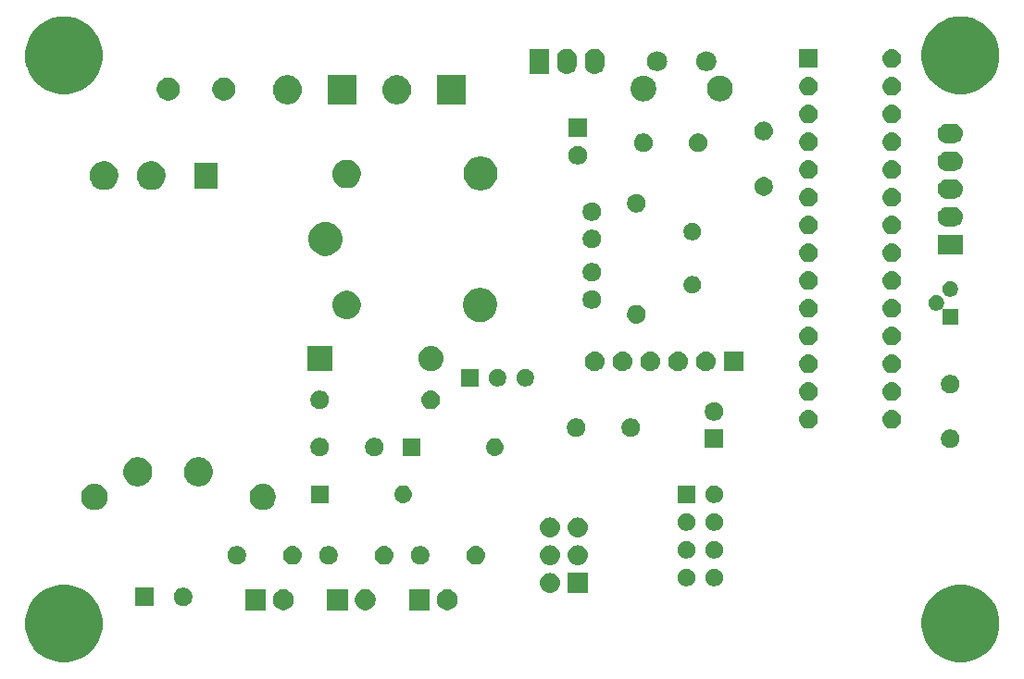
<source format=gbr>
G04 #@! TF.GenerationSoftware,KiCad,Pcbnew,6.0.0-rc1-unknown-dffa399~84~ubuntu16.04.1*
G04 #@! TF.CreationDate,2019-01-04T18:14:03+01:00
G04 #@! TF.ProjectId,atmega328,61746d65-6761-4333-9238-2e6b69636164,1*
G04 #@! TF.SameCoordinates,Original*
G04 #@! TF.FileFunction,Soldermask,Bot*
G04 #@! TF.FilePolarity,Negative*
%FSLAX46Y46*%
G04 Gerber Fmt 4.6, Leading zero omitted, Abs format (unit mm)*
G04 Created by KiCad (PCBNEW 6.0.0-rc1-unknown-dffa399~84~ubuntu16.04.1) date pią, 4 sty 2019, 18:14:03*
%MOMM*%
%LPD*%
G04 APERTURE LIST*
%ADD10C,0.100000*%
G04 APERTURE END LIST*
D10*
X158143000Y-72044000D02*
G75*
G03X158143000Y-72044000I-1143000J0D01*
G01*
X163639000Y-69544000D02*
G75*
G03X163639000Y-69544000I-889000J0D01*
G01*
X159139000Y-69544000D02*
G75*
G03X159139000Y-69544000I-889000J0D01*
G01*
X165143000Y-72044000D02*
G75*
G03X165143000Y-72044000I-1143000J0D01*
G01*
G36*
X187035786Y-117585462D02*
G01*
X187035788Y-117585463D01*
X187035789Y-117585463D01*
X187682029Y-117853144D01*
X188255791Y-118236520D01*
X188263634Y-118241760D01*
X188758240Y-118736366D01*
X188758242Y-118736369D01*
X189146856Y-119317971D01*
X189414537Y-119964211D01*
X189414538Y-119964214D01*
X189551000Y-120650256D01*
X189551000Y-121349744D01*
X189534307Y-121433668D01*
X189414537Y-122035789D01*
X189146856Y-122682029D01*
X188806551Y-123191332D01*
X188758240Y-123263634D01*
X188263634Y-123758240D01*
X188263631Y-123758242D01*
X187682029Y-124146856D01*
X187035789Y-124414537D01*
X187035788Y-124414537D01*
X187035786Y-124414538D01*
X186349744Y-124551000D01*
X185650256Y-124551000D01*
X184964214Y-124414538D01*
X184964212Y-124414537D01*
X184964211Y-124414537D01*
X184317971Y-124146856D01*
X183736369Y-123758242D01*
X183736366Y-123758240D01*
X183241760Y-123263634D01*
X183193449Y-123191332D01*
X182853144Y-122682029D01*
X182585463Y-122035789D01*
X182465694Y-121433668D01*
X182449000Y-121349744D01*
X182449000Y-120650256D01*
X182585462Y-119964214D01*
X182585463Y-119964211D01*
X182853144Y-119317971D01*
X183241758Y-118736369D01*
X183241760Y-118736366D01*
X183736366Y-118241760D01*
X183744209Y-118236520D01*
X184317971Y-117853144D01*
X184964211Y-117585463D01*
X184964212Y-117585463D01*
X184964214Y-117585462D01*
X185650256Y-117449000D01*
X186349744Y-117449000D01*
X187035786Y-117585462D01*
X187035786Y-117585462D01*
G37*
G36*
X105035786Y-117585462D02*
G01*
X105035788Y-117585463D01*
X105035789Y-117585463D01*
X105682029Y-117853144D01*
X106255791Y-118236520D01*
X106263634Y-118241760D01*
X106758240Y-118736366D01*
X106758242Y-118736369D01*
X107146856Y-119317971D01*
X107414537Y-119964211D01*
X107414538Y-119964214D01*
X107551000Y-120650256D01*
X107551000Y-121349744D01*
X107534307Y-121433668D01*
X107414537Y-122035789D01*
X107146856Y-122682029D01*
X106806551Y-123191332D01*
X106758240Y-123263634D01*
X106263634Y-123758240D01*
X106263631Y-123758242D01*
X105682029Y-124146856D01*
X105035789Y-124414537D01*
X105035788Y-124414537D01*
X105035786Y-124414538D01*
X104349744Y-124551000D01*
X103650256Y-124551000D01*
X102964214Y-124414538D01*
X102964212Y-124414537D01*
X102964211Y-124414537D01*
X102317971Y-124146856D01*
X101736369Y-123758242D01*
X101736366Y-123758240D01*
X101241760Y-123263634D01*
X101193449Y-123191332D01*
X100853144Y-122682029D01*
X100585463Y-122035789D01*
X100465694Y-121433668D01*
X100449000Y-121349744D01*
X100449000Y-120650256D01*
X100585462Y-119964214D01*
X100585463Y-119964211D01*
X100853144Y-119317971D01*
X101241758Y-118736369D01*
X101241760Y-118736366D01*
X101736366Y-118241760D01*
X101744209Y-118236520D01*
X102317971Y-117853144D01*
X102964211Y-117585463D01*
X102964212Y-117585463D01*
X102964214Y-117585462D01*
X103650256Y-117449000D01*
X104349744Y-117449000D01*
X105035786Y-117585462D01*
X105035786Y-117585462D01*
G37*
G36*
X137488000Y-119776000D02*
G01*
X135586000Y-119776000D01*
X135586000Y-117874000D01*
X137488000Y-117874000D01*
X137488000Y-119776000D01*
X137488000Y-119776000D01*
G37*
G36*
X139354396Y-117910546D02*
G01*
X139527466Y-117982234D01*
X139683230Y-118086312D01*
X139815688Y-118218770D01*
X139919766Y-118374534D01*
X139991454Y-118547604D01*
X140028000Y-118731333D01*
X140028000Y-118918667D01*
X139991454Y-119102396D01*
X139919766Y-119275466D01*
X139815688Y-119431230D01*
X139683230Y-119563688D01*
X139527466Y-119667766D01*
X139354396Y-119739454D01*
X139170667Y-119776000D01*
X138983333Y-119776000D01*
X138799604Y-119739454D01*
X138626534Y-119667766D01*
X138470770Y-119563688D01*
X138338312Y-119431230D01*
X138234234Y-119275466D01*
X138162546Y-119102396D01*
X138126000Y-118918667D01*
X138126000Y-118731333D01*
X138162546Y-118547604D01*
X138234234Y-118374534D01*
X138338312Y-118218770D01*
X138470770Y-118086312D01*
X138626534Y-117982234D01*
X138799604Y-117910546D01*
X138983333Y-117874000D01*
X139170667Y-117874000D01*
X139354396Y-117910546D01*
X139354396Y-117910546D01*
G37*
G36*
X122488000Y-119776000D02*
G01*
X120586000Y-119776000D01*
X120586000Y-117874000D01*
X122488000Y-117874000D01*
X122488000Y-119776000D01*
X122488000Y-119776000D01*
G37*
G36*
X124354396Y-117910546D02*
G01*
X124527466Y-117982234D01*
X124683230Y-118086312D01*
X124815688Y-118218770D01*
X124919766Y-118374534D01*
X124991454Y-118547604D01*
X125028000Y-118731333D01*
X125028000Y-118918667D01*
X124991454Y-119102396D01*
X124919766Y-119275466D01*
X124815688Y-119431230D01*
X124683230Y-119563688D01*
X124527466Y-119667766D01*
X124354396Y-119739454D01*
X124170667Y-119776000D01*
X123983333Y-119776000D01*
X123799604Y-119739454D01*
X123626534Y-119667766D01*
X123470770Y-119563688D01*
X123338312Y-119431230D01*
X123234234Y-119275466D01*
X123162546Y-119102396D01*
X123126000Y-118918667D01*
X123126000Y-118731333D01*
X123162546Y-118547604D01*
X123234234Y-118374534D01*
X123338312Y-118218770D01*
X123470770Y-118086312D01*
X123626534Y-117982234D01*
X123799604Y-117910546D01*
X123983333Y-117874000D01*
X124170667Y-117874000D01*
X124354396Y-117910546D01*
X124354396Y-117910546D01*
G37*
G36*
X131854396Y-117910546D02*
G01*
X132027466Y-117982234D01*
X132183230Y-118086312D01*
X132315688Y-118218770D01*
X132419766Y-118374534D01*
X132491454Y-118547604D01*
X132528000Y-118731333D01*
X132528000Y-118918667D01*
X132491454Y-119102396D01*
X132419766Y-119275466D01*
X132315688Y-119431230D01*
X132183230Y-119563688D01*
X132027466Y-119667766D01*
X131854396Y-119739454D01*
X131670667Y-119776000D01*
X131483333Y-119776000D01*
X131299604Y-119739454D01*
X131126534Y-119667766D01*
X130970770Y-119563688D01*
X130838312Y-119431230D01*
X130734234Y-119275466D01*
X130662546Y-119102396D01*
X130626000Y-118918667D01*
X130626000Y-118731333D01*
X130662546Y-118547604D01*
X130734234Y-118374534D01*
X130838312Y-118218770D01*
X130970770Y-118086312D01*
X131126534Y-117982234D01*
X131299604Y-117910546D01*
X131483333Y-117874000D01*
X131670667Y-117874000D01*
X131854396Y-117910546D01*
X131854396Y-117910546D01*
G37*
G36*
X129988000Y-119776000D02*
G01*
X128086000Y-119776000D01*
X128086000Y-117874000D01*
X129988000Y-117874000D01*
X129988000Y-119776000D01*
X129988000Y-119776000D01*
G37*
G36*
X115150228Y-117747703D02*
G01*
X115305100Y-117811853D01*
X115444481Y-117904985D01*
X115563015Y-118023519D01*
X115656147Y-118162900D01*
X115720297Y-118317772D01*
X115753000Y-118482184D01*
X115753000Y-118649816D01*
X115720297Y-118814228D01*
X115656147Y-118969100D01*
X115563015Y-119108481D01*
X115444481Y-119227015D01*
X115305100Y-119320147D01*
X115150228Y-119384297D01*
X114985816Y-119417000D01*
X114818184Y-119417000D01*
X114653772Y-119384297D01*
X114498900Y-119320147D01*
X114359519Y-119227015D01*
X114240985Y-119108481D01*
X114147853Y-118969100D01*
X114083703Y-118814228D01*
X114051000Y-118649816D01*
X114051000Y-118482184D01*
X114083703Y-118317772D01*
X114147853Y-118162900D01*
X114240985Y-118023519D01*
X114359519Y-117904985D01*
X114498900Y-117811853D01*
X114653772Y-117747703D01*
X114818184Y-117715000D01*
X114985816Y-117715000D01*
X115150228Y-117747703D01*
X115150228Y-117747703D01*
G37*
G36*
X112253000Y-119417000D02*
G01*
X110551000Y-119417000D01*
X110551000Y-117715000D01*
X112253000Y-117715000D01*
X112253000Y-119417000D01*
X112253000Y-119417000D01*
G37*
G36*
X151914600Y-118210600D02*
G01*
X150085400Y-118210600D01*
X150085400Y-116381400D01*
X151914600Y-116381400D01*
X151914600Y-118210600D01*
X151914600Y-118210600D01*
G37*
G36*
X148639294Y-116394633D02*
G01*
X148811694Y-116446931D01*
X148811696Y-116446932D01*
X148970583Y-116531859D01*
X149109849Y-116646151D01*
X149224141Y-116785417D01*
X149309068Y-116944304D01*
X149309069Y-116944306D01*
X149361367Y-117116706D01*
X149379025Y-117296000D01*
X149361367Y-117475294D01*
X149309069Y-117647694D01*
X149309068Y-117647696D01*
X149224141Y-117806583D01*
X149109849Y-117945849D01*
X148970583Y-118060141D01*
X148811696Y-118145068D01*
X148811694Y-118145069D01*
X148639294Y-118197367D01*
X148504931Y-118210600D01*
X148415069Y-118210600D01*
X148280706Y-118197367D01*
X148108306Y-118145069D01*
X148108304Y-118145068D01*
X147949417Y-118060141D01*
X147810151Y-117945849D01*
X147695859Y-117806583D01*
X147610932Y-117647696D01*
X147610931Y-117647694D01*
X147558633Y-117475294D01*
X147540975Y-117296000D01*
X147558633Y-117116706D01*
X147610931Y-116944306D01*
X147610932Y-116944304D01*
X147695859Y-116785417D01*
X147810151Y-116646151D01*
X147949417Y-116531859D01*
X148108304Y-116446932D01*
X148108306Y-116446931D01*
X148280706Y-116394633D01*
X148415069Y-116381400D01*
X148504931Y-116381400D01*
X148639294Y-116394633D01*
X148639294Y-116394633D01*
G37*
G36*
X163709142Y-116006242D02*
G01*
X163857102Y-116067530D01*
X163990258Y-116156502D01*
X164103498Y-116269742D01*
X164192470Y-116402898D01*
X164253758Y-116550858D01*
X164285000Y-116707925D01*
X164285000Y-116868075D01*
X164253758Y-117025142D01*
X164192470Y-117173102D01*
X164103498Y-117306258D01*
X163990258Y-117419498D01*
X163857102Y-117508470D01*
X163709142Y-117569758D01*
X163552075Y-117601000D01*
X163391925Y-117601000D01*
X163234858Y-117569758D01*
X163086898Y-117508470D01*
X162953742Y-117419498D01*
X162840502Y-117306258D01*
X162751530Y-117173102D01*
X162690242Y-117025142D01*
X162659000Y-116868075D01*
X162659000Y-116707925D01*
X162690242Y-116550858D01*
X162751530Y-116402898D01*
X162840502Y-116269742D01*
X162953742Y-116156502D01*
X163086898Y-116067530D01*
X163234858Y-116006242D01*
X163391925Y-115975000D01*
X163552075Y-115975000D01*
X163709142Y-116006242D01*
X163709142Y-116006242D01*
G37*
G36*
X161169142Y-116006242D02*
G01*
X161317102Y-116067530D01*
X161450258Y-116156502D01*
X161563498Y-116269742D01*
X161652470Y-116402898D01*
X161713758Y-116550858D01*
X161745000Y-116707925D01*
X161745000Y-116868075D01*
X161713758Y-117025142D01*
X161652470Y-117173102D01*
X161563498Y-117306258D01*
X161450258Y-117419498D01*
X161317102Y-117508470D01*
X161169142Y-117569758D01*
X161012075Y-117601000D01*
X160851925Y-117601000D01*
X160694858Y-117569758D01*
X160546898Y-117508470D01*
X160413742Y-117419498D01*
X160300502Y-117306258D01*
X160211530Y-117173102D01*
X160150242Y-117025142D01*
X160119000Y-116868075D01*
X160119000Y-116707925D01*
X160150242Y-116550858D01*
X160211530Y-116402898D01*
X160300502Y-116269742D01*
X160413742Y-116156502D01*
X160546898Y-116067530D01*
X160694858Y-116006242D01*
X160851925Y-115975000D01*
X161012075Y-115975000D01*
X161169142Y-116006242D01*
X161169142Y-116006242D01*
G37*
G36*
X148639294Y-113854633D02*
G01*
X148811694Y-113906931D01*
X148811696Y-113906932D01*
X148970583Y-113991859D01*
X149109849Y-114106151D01*
X149224141Y-114245417D01*
X149281592Y-114352900D01*
X149309069Y-114404306D01*
X149361367Y-114576706D01*
X149379025Y-114756000D01*
X149361367Y-114935294D01*
X149309069Y-115107694D01*
X149309068Y-115107696D01*
X149224141Y-115266583D01*
X149109849Y-115405849D01*
X148970583Y-115520141D01*
X148869266Y-115574296D01*
X148811694Y-115605069D01*
X148639294Y-115657367D01*
X148504931Y-115670600D01*
X148415069Y-115670600D01*
X148280706Y-115657367D01*
X148108306Y-115605069D01*
X148050734Y-115574296D01*
X147949417Y-115520141D01*
X147810151Y-115405849D01*
X147695859Y-115266583D01*
X147610932Y-115107696D01*
X147610931Y-115107694D01*
X147558633Y-114935294D01*
X147540975Y-114756000D01*
X147558633Y-114576706D01*
X147610931Y-114404306D01*
X147638408Y-114352900D01*
X147695859Y-114245417D01*
X147810151Y-114106151D01*
X147949417Y-113991859D01*
X148108304Y-113906932D01*
X148108306Y-113906931D01*
X148280706Y-113854633D01*
X148415069Y-113841400D01*
X148504931Y-113841400D01*
X148639294Y-113854633D01*
X148639294Y-113854633D01*
G37*
G36*
X151179294Y-113854633D02*
G01*
X151351694Y-113906931D01*
X151351696Y-113906932D01*
X151510583Y-113991859D01*
X151649849Y-114106151D01*
X151764141Y-114245417D01*
X151821592Y-114352900D01*
X151849069Y-114404306D01*
X151901367Y-114576706D01*
X151919025Y-114756000D01*
X151901367Y-114935294D01*
X151849069Y-115107694D01*
X151849068Y-115107696D01*
X151764141Y-115266583D01*
X151649849Y-115405849D01*
X151510583Y-115520141D01*
X151409266Y-115574296D01*
X151351694Y-115605069D01*
X151179294Y-115657367D01*
X151044931Y-115670600D01*
X150955069Y-115670600D01*
X150820706Y-115657367D01*
X150648306Y-115605069D01*
X150590734Y-115574296D01*
X150489417Y-115520141D01*
X150350151Y-115405849D01*
X150235859Y-115266583D01*
X150150932Y-115107696D01*
X150150931Y-115107694D01*
X150098633Y-114935294D01*
X150080975Y-114756000D01*
X150098633Y-114576706D01*
X150150931Y-114404306D01*
X150178408Y-114352900D01*
X150235859Y-114245417D01*
X150350151Y-114106151D01*
X150489417Y-113991859D01*
X150648304Y-113906932D01*
X150648306Y-113906931D01*
X150820706Y-113854633D01*
X150955069Y-113841400D01*
X151044931Y-113841400D01*
X151179294Y-113854633D01*
X151179294Y-113854633D01*
G37*
G36*
X125062821Y-113917313D02*
G01*
X125062824Y-113917314D01*
X125062825Y-113917314D01*
X125223239Y-113965975D01*
X125223241Y-113965976D01*
X125223244Y-113965977D01*
X125371078Y-114044995D01*
X125500659Y-114151341D01*
X125607005Y-114280922D01*
X125686023Y-114428756D01*
X125686024Y-114428759D01*
X125686025Y-114428761D01*
X125730904Y-114576707D01*
X125734687Y-114589179D01*
X125751117Y-114756000D01*
X125734687Y-114922821D01*
X125734686Y-114922824D01*
X125734686Y-114922825D01*
X125702249Y-115029757D01*
X125686023Y-115083244D01*
X125607005Y-115231078D01*
X125500659Y-115360659D01*
X125371078Y-115467005D01*
X125223244Y-115546023D01*
X125223241Y-115546024D01*
X125223239Y-115546025D01*
X125062825Y-115594686D01*
X125062824Y-115594686D01*
X125062821Y-115594687D01*
X124937804Y-115607000D01*
X124854196Y-115607000D01*
X124729179Y-115594687D01*
X124729176Y-115594686D01*
X124729175Y-115594686D01*
X124568761Y-115546025D01*
X124568759Y-115546024D01*
X124568756Y-115546023D01*
X124420922Y-115467005D01*
X124291341Y-115360659D01*
X124184995Y-115231078D01*
X124105977Y-115083244D01*
X124089752Y-115029757D01*
X124057314Y-114922825D01*
X124057314Y-114922824D01*
X124057313Y-114922821D01*
X124040883Y-114756000D01*
X124057313Y-114589179D01*
X124061096Y-114576707D01*
X124105975Y-114428761D01*
X124105976Y-114428759D01*
X124105977Y-114428756D01*
X124184995Y-114280922D01*
X124291341Y-114151341D01*
X124420922Y-114044995D01*
X124568756Y-113965977D01*
X124568759Y-113965976D01*
X124568761Y-113965975D01*
X124729175Y-113917314D01*
X124729176Y-113917314D01*
X124729179Y-113917313D01*
X124854196Y-113905000D01*
X124937804Y-113905000D01*
X125062821Y-113917313D01*
X125062821Y-113917313D01*
G37*
G36*
X120064228Y-113937703D02*
G01*
X120219100Y-114001853D01*
X120358481Y-114094985D01*
X120477015Y-114213519D01*
X120570147Y-114352900D01*
X120634297Y-114507772D01*
X120667000Y-114672184D01*
X120667000Y-114839816D01*
X120634297Y-115004228D01*
X120570147Y-115159100D01*
X120477015Y-115298481D01*
X120358481Y-115417015D01*
X120219100Y-115510147D01*
X120064228Y-115574297D01*
X119899816Y-115607000D01*
X119732184Y-115607000D01*
X119567772Y-115574297D01*
X119412900Y-115510147D01*
X119273519Y-115417015D01*
X119154985Y-115298481D01*
X119061853Y-115159100D01*
X118997703Y-115004228D01*
X118965000Y-114839816D01*
X118965000Y-114672184D01*
X118997703Y-114507772D01*
X119061853Y-114352900D01*
X119154985Y-114213519D01*
X119273519Y-114094985D01*
X119412900Y-114001853D01*
X119567772Y-113937703D01*
X119732184Y-113905000D01*
X119899816Y-113905000D01*
X120064228Y-113937703D01*
X120064228Y-113937703D01*
G37*
G36*
X128446228Y-113937703D02*
G01*
X128601100Y-114001853D01*
X128740481Y-114094985D01*
X128859015Y-114213519D01*
X128952147Y-114352900D01*
X129016297Y-114507772D01*
X129049000Y-114672184D01*
X129049000Y-114839816D01*
X129016297Y-115004228D01*
X128952147Y-115159100D01*
X128859015Y-115298481D01*
X128740481Y-115417015D01*
X128601100Y-115510147D01*
X128446228Y-115574297D01*
X128281816Y-115607000D01*
X128114184Y-115607000D01*
X127949772Y-115574297D01*
X127794900Y-115510147D01*
X127655519Y-115417015D01*
X127536985Y-115298481D01*
X127443853Y-115159100D01*
X127379703Y-115004228D01*
X127347000Y-114839816D01*
X127347000Y-114672184D01*
X127379703Y-114507772D01*
X127443853Y-114352900D01*
X127536985Y-114213519D01*
X127655519Y-114094985D01*
X127794900Y-114001853D01*
X127949772Y-113937703D01*
X128114184Y-113905000D01*
X128281816Y-113905000D01*
X128446228Y-113937703D01*
X128446228Y-113937703D01*
G37*
G36*
X133444821Y-113917313D02*
G01*
X133444824Y-113917314D01*
X133444825Y-113917314D01*
X133605239Y-113965975D01*
X133605241Y-113965976D01*
X133605244Y-113965977D01*
X133753078Y-114044995D01*
X133882659Y-114151341D01*
X133989005Y-114280922D01*
X134068023Y-114428756D01*
X134068024Y-114428759D01*
X134068025Y-114428761D01*
X134112904Y-114576707D01*
X134116687Y-114589179D01*
X134133117Y-114756000D01*
X134116687Y-114922821D01*
X134116686Y-114922824D01*
X134116686Y-114922825D01*
X134084249Y-115029757D01*
X134068023Y-115083244D01*
X133989005Y-115231078D01*
X133882659Y-115360659D01*
X133753078Y-115467005D01*
X133605244Y-115546023D01*
X133605241Y-115546024D01*
X133605239Y-115546025D01*
X133444825Y-115594686D01*
X133444824Y-115594686D01*
X133444821Y-115594687D01*
X133319804Y-115607000D01*
X133236196Y-115607000D01*
X133111179Y-115594687D01*
X133111176Y-115594686D01*
X133111175Y-115594686D01*
X132950761Y-115546025D01*
X132950759Y-115546024D01*
X132950756Y-115546023D01*
X132802922Y-115467005D01*
X132673341Y-115360659D01*
X132566995Y-115231078D01*
X132487977Y-115083244D01*
X132471752Y-115029757D01*
X132439314Y-114922825D01*
X132439314Y-114922824D01*
X132439313Y-114922821D01*
X132422883Y-114756000D01*
X132439313Y-114589179D01*
X132443096Y-114576707D01*
X132487975Y-114428761D01*
X132487976Y-114428759D01*
X132487977Y-114428756D01*
X132566995Y-114280922D01*
X132673341Y-114151341D01*
X132802922Y-114044995D01*
X132950756Y-113965977D01*
X132950759Y-113965976D01*
X132950761Y-113965975D01*
X133111175Y-113917314D01*
X133111176Y-113917314D01*
X133111179Y-113917313D01*
X133236196Y-113905000D01*
X133319804Y-113905000D01*
X133444821Y-113917313D01*
X133444821Y-113917313D01*
G37*
G36*
X141826821Y-113917313D02*
G01*
X141826824Y-113917314D01*
X141826825Y-113917314D01*
X141987239Y-113965975D01*
X141987241Y-113965976D01*
X141987244Y-113965977D01*
X142135078Y-114044995D01*
X142264659Y-114151341D01*
X142371005Y-114280922D01*
X142450023Y-114428756D01*
X142450024Y-114428759D01*
X142450025Y-114428761D01*
X142494904Y-114576707D01*
X142498687Y-114589179D01*
X142515117Y-114756000D01*
X142498687Y-114922821D01*
X142498686Y-114922824D01*
X142498686Y-114922825D01*
X142466249Y-115029757D01*
X142450023Y-115083244D01*
X142371005Y-115231078D01*
X142264659Y-115360659D01*
X142135078Y-115467005D01*
X141987244Y-115546023D01*
X141987241Y-115546024D01*
X141987239Y-115546025D01*
X141826825Y-115594686D01*
X141826824Y-115594686D01*
X141826821Y-115594687D01*
X141701804Y-115607000D01*
X141618196Y-115607000D01*
X141493179Y-115594687D01*
X141493176Y-115594686D01*
X141493175Y-115594686D01*
X141332761Y-115546025D01*
X141332759Y-115546024D01*
X141332756Y-115546023D01*
X141184922Y-115467005D01*
X141055341Y-115360659D01*
X140948995Y-115231078D01*
X140869977Y-115083244D01*
X140853752Y-115029757D01*
X140821314Y-114922825D01*
X140821314Y-114922824D01*
X140821313Y-114922821D01*
X140804883Y-114756000D01*
X140821313Y-114589179D01*
X140825096Y-114576707D01*
X140869975Y-114428761D01*
X140869976Y-114428759D01*
X140869977Y-114428756D01*
X140948995Y-114280922D01*
X141055341Y-114151341D01*
X141184922Y-114044995D01*
X141332756Y-113965977D01*
X141332759Y-113965976D01*
X141332761Y-113965975D01*
X141493175Y-113917314D01*
X141493176Y-113917314D01*
X141493179Y-113917313D01*
X141618196Y-113905000D01*
X141701804Y-113905000D01*
X141826821Y-113917313D01*
X141826821Y-113917313D01*
G37*
G36*
X136828228Y-113937703D02*
G01*
X136983100Y-114001853D01*
X137122481Y-114094985D01*
X137241015Y-114213519D01*
X137334147Y-114352900D01*
X137398297Y-114507772D01*
X137431000Y-114672184D01*
X137431000Y-114839816D01*
X137398297Y-115004228D01*
X137334147Y-115159100D01*
X137241015Y-115298481D01*
X137122481Y-115417015D01*
X136983100Y-115510147D01*
X136828228Y-115574297D01*
X136663816Y-115607000D01*
X136496184Y-115607000D01*
X136331772Y-115574297D01*
X136176900Y-115510147D01*
X136037519Y-115417015D01*
X135918985Y-115298481D01*
X135825853Y-115159100D01*
X135761703Y-115004228D01*
X135729000Y-114839816D01*
X135729000Y-114672184D01*
X135761703Y-114507772D01*
X135825853Y-114352900D01*
X135918985Y-114213519D01*
X136037519Y-114094985D01*
X136176900Y-114001853D01*
X136331772Y-113937703D01*
X136496184Y-113905000D01*
X136663816Y-113905000D01*
X136828228Y-113937703D01*
X136828228Y-113937703D01*
G37*
G36*
X161169142Y-113466242D02*
G01*
X161317102Y-113527530D01*
X161450258Y-113616502D01*
X161563498Y-113729742D01*
X161652470Y-113862898D01*
X161713758Y-114010858D01*
X161745000Y-114167925D01*
X161745000Y-114328075D01*
X161713758Y-114485142D01*
X161652470Y-114633102D01*
X161563498Y-114766258D01*
X161450258Y-114879498D01*
X161317102Y-114968470D01*
X161169142Y-115029758D01*
X161012075Y-115061000D01*
X160851925Y-115061000D01*
X160694858Y-115029758D01*
X160546898Y-114968470D01*
X160413742Y-114879498D01*
X160300502Y-114766258D01*
X160211530Y-114633102D01*
X160150242Y-114485142D01*
X160119000Y-114328075D01*
X160119000Y-114167925D01*
X160150242Y-114010858D01*
X160211530Y-113862898D01*
X160300502Y-113729742D01*
X160413742Y-113616502D01*
X160546898Y-113527530D01*
X160694858Y-113466242D01*
X160851925Y-113435000D01*
X161012075Y-113435000D01*
X161169142Y-113466242D01*
X161169142Y-113466242D01*
G37*
G36*
X163709142Y-113466242D02*
G01*
X163857102Y-113527530D01*
X163990258Y-113616502D01*
X164103498Y-113729742D01*
X164192470Y-113862898D01*
X164253758Y-114010858D01*
X164285000Y-114167925D01*
X164285000Y-114328075D01*
X164253758Y-114485142D01*
X164192470Y-114633102D01*
X164103498Y-114766258D01*
X163990258Y-114879498D01*
X163857102Y-114968470D01*
X163709142Y-115029758D01*
X163552075Y-115061000D01*
X163391925Y-115061000D01*
X163234858Y-115029758D01*
X163086898Y-114968470D01*
X162953742Y-114879498D01*
X162840502Y-114766258D01*
X162751530Y-114633102D01*
X162690242Y-114485142D01*
X162659000Y-114328075D01*
X162659000Y-114167925D01*
X162690242Y-114010858D01*
X162751530Y-113862898D01*
X162840502Y-113729742D01*
X162953742Y-113616502D01*
X163086898Y-113527530D01*
X163234858Y-113466242D01*
X163391925Y-113435000D01*
X163552075Y-113435000D01*
X163709142Y-113466242D01*
X163709142Y-113466242D01*
G37*
G36*
X151179294Y-111314633D02*
G01*
X151351694Y-111366931D01*
X151351696Y-111366932D01*
X151510583Y-111451859D01*
X151649849Y-111566151D01*
X151764141Y-111705417D01*
X151849068Y-111864304D01*
X151849069Y-111864306D01*
X151901367Y-112036706D01*
X151919025Y-112216000D01*
X151901367Y-112395294D01*
X151849069Y-112567694D01*
X151849068Y-112567696D01*
X151764141Y-112726583D01*
X151649849Y-112865849D01*
X151510583Y-112980141D01*
X151351696Y-113065068D01*
X151351694Y-113065069D01*
X151179294Y-113117367D01*
X151044931Y-113130600D01*
X150955069Y-113130600D01*
X150820706Y-113117367D01*
X150648306Y-113065069D01*
X150648304Y-113065068D01*
X150489417Y-112980141D01*
X150350151Y-112865849D01*
X150235859Y-112726583D01*
X150150932Y-112567696D01*
X150150931Y-112567694D01*
X150098633Y-112395294D01*
X150080975Y-112216000D01*
X150098633Y-112036706D01*
X150150931Y-111864306D01*
X150150932Y-111864304D01*
X150235859Y-111705417D01*
X150350151Y-111566151D01*
X150489417Y-111451859D01*
X150648304Y-111366932D01*
X150648306Y-111366931D01*
X150820706Y-111314633D01*
X150955069Y-111301400D01*
X151044931Y-111301400D01*
X151179294Y-111314633D01*
X151179294Y-111314633D01*
G37*
G36*
X148639294Y-111314633D02*
G01*
X148811694Y-111366931D01*
X148811696Y-111366932D01*
X148970583Y-111451859D01*
X149109849Y-111566151D01*
X149224141Y-111705417D01*
X149309068Y-111864304D01*
X149309069Y-111864306D01*
X149361367Y-112036706D01*
X149379025Y-112216000D01*
X149361367Y-112395294D01*
X149309069Y-112567694D01*
X149309068Y-112567696D01*
X149224141Y-112726583D01*
X149109849Y-112865849D01*
X148970583Y-112980141D01*
X148811696Y-113065068D01*
X148811694Y-113065069D01*
X148639294Y-113117367D01*
X148504931Y-113130600D01*
X148415069Y-113130600D01*
X148280706Y-113117367D01*
X148108306Y-113065069D01*
X148108304Y-113065068D01*
X147949417Y-112980141D01*
X147810151Y-112865849D01*
X147695859Y-112726583D01*
X147610932Y-112567696D01*
X147610931Y-112567694D01*
X147558633Y-112395294D01*
X147540975Y-112216000D01*
X147558633Y-112036706D01*
X147610931Y-111864306D01*
X147610932Y-111864304D01*
X147695859Y-111705417D01*
X147810151Y-111566151D01*
X147949417Y-111451859D01*
X148108304Y-111366932D01*
X148108306Y-111366931D01*
X148280706Y-111314633D01*
X148415069Y-111301400D01*
X148504931Y-111301400D01*
X148639294Y-111314633D01*
X148639294Y-111314633D01*
G37*
G36*
X163709142Y-110926242D02*
G01*
X163857102Y-110987530D01*
X163990258Y-111076502D01*
X164103498Y-111189742D01*
X164192470Y-111322898D01*
X164253758Y-111470858D01*
X164285000Y-111627925D01*
X164285000Y-111788075D01*
X164253758Y-111945142D01*
X164192470Y-112093102D01*
X164103498Y-112226258D01*
X163990258Y-112339498D01*
X163857102Y-112428470D01*
X163709142Y-112489758D01*
X163552075Y-112521000D01*
X163391925Y-112521000D01*
X163234858Y-112489758D01*
X163086898Y-112428470D01*
X162953742Y-112339498D01*
X162840502Y-112226258D01*
X162751530Y-112093102D01*
X162690242Y-111945142D01*
X162659000Y-111788075D01*
X162659000Y-111627925D01*
X162690242Y-111470858D01*
X162751530Y-111322898D01*
X162840502Y-111189742D01*
X162953742Y-111076502D01*
X163086898Y-110987530D01*
X163234858Y-110926242D01*
X163391925Y-110895000D01*
X163552075Y-110895000D01*
X163709142Y-110926242D01*
X163709142Y-110926242D01*
G37*
G36*
X161169142Y-110926242D02*
G01*
X161317102Y-110987530D01*
X161450258Y-111076502D01*
X161563498Y-111189742D01*
X161652470Y-111322898D01*
X161713758Y-111470858D01*
X161745000Y-111627925D01*
X161745000Y-111788075D01*
X161713758Y-111945142D01*
X161652470Y-112093102D01*
X161563498Y-112226258D01*
X161450258Y-112339498D01*
X161317102Y-112428470D01*
X161169142Y-112489758D01*
X161012075Y-112521000D01*
X160851925Y-112521000D01*
X160694858Y-112489758D01*
X160546898Y-112428470D01*
X160413742Y-112339498D01*
X160300502Y-112226258D01*
X160211530Y-112093102D01*
X160150242Y-111945142D01*
X160119000Y-111788075D01*
X160119000Y-111627925D01*
X160150242Y-111470858D01*
X160211530Y-111322898D01*
X160300502Y-111189742D01*
X160413742Y-111076502D01*
X160546898Y-110987530D01*
X160694858Y-110926242D01*
X160851925Y-110895000D01*
X161012075Y-110895000D01*
X161169142Y-110926242D01*
X161169142Y-110926242D01*
G37*
G36*
X122550316Y-108245153D02*
G01*
X122550318Y-108245154D01*
X122550319Y-108245154D01*
X122631056Y-108278597D01*
X122768888Y-108335688D01*
X122850523Y-108390235D01*
X122965593Y-108467122D01*
X123132878Y-108634407D01*
X123143124Y-108649742D01*
X123264312Y-108831112D01*
X123354847Y-109049684D01*
X123401000Y-109281710D01*
X123401000Y-109518290D01*
X123354847Y-109750316D01*
X123264312Y-109968888D01*
X123198371Y-110067576D01*
X123132878Y-110165593D01*
X122965593Y-110332878D01*
X122867576Y-110398371D01*
X122768888Y-110464312D01*
X122631056Y-110521403D01*
X122550319Y-110554846D01*
X122550318Y-110554846D01*
X122550316Y-110554847D01*
X122318290Y-110601000D01*
X122081710Y-110601000D01*
X121849684Y-110554847D01*
X121849682Y-110554846D01*
X121849681Y-110554846D01*
X121768944Y-110521403D01*
X121631112Y-110464312D01*
X121532424Y-110398371D01*
X121434407Y-110332878D01*
X121267122Y-110165593D01*
X121201629Y-110067576D01*
X121135688Y-109968888D01*
X121045153Y-109750316D01*
X120999000Y-109518290D01*
X120999000Y-109281710D01*
X121045153Y-109049684D01*
X121135688Y-108831112D01*
X121256876Y-108649742D01*
X121267122Y-108634407D01*
X121434407Y-108467122D01*
X121549477Y-108390235D01*
X121631112Y-108335688D01*
X121768944Y-108278597D01*
X121849681Y-108245154D01*
X121849682Y-108245154D01*
X121849684Y-108245153D01*
X122081710Y-108199000D01*
X122318290Y-108199000D01*
X122550316Y-108245153D01*
X122550316Y-108245153D01*
G37*
G36*
X107150316Y-108245153D02*
G01*
X107150318Y-108245154D01*
X107150319Y-108245154D01*
X107231056Y-108278597D01*
X107368888Y-108335688D01*
X107450523Y-108390235D01*
X107565593Y-108467122D01*
X107732878Y-108634407D01*
X107743124Y-108649742D01*
X107864312Y-108831112D01*
X107954847Y-109049684D01*
X108001000Y-109281710D01*
X108001000Y-109518290D01*
X107954847Y-109750316D01*
X107864312Y-109968888D01*
X107798371Y-110067576D01*
X107732878Y-110165593D01*
X107565593Y-110332878D01*
X107467576Y-110398371D01*
X107368888Y-110464312D01*
X107231056Y-110521403D01*
X107150319Y-110554846D01*
X107150318Y-110554846D01*
X107150316Y-110554847D01*
X106918290Y-110601000D01*
X106681710Y-110601000D01*
X106449684Y-110554847D01*
X106449682Y-110554846D01*
X106449681Y-110554846D01*
X106368944Y-110521403D01*
X106231112Y-110464312D01*
X106132424Y-110398371D01*
X106034407Y-110332878D01*
X105867122Y-110165593D01*
X105801629Y-110067576D01*
X105735688Y-109968888D01*
X105645153Y-109750316D01*
X105599000Y-109518290D01*
X105599000Y-109281710D01*
X105645153Y-109049684D01*
X105735688Y-108831112D01*
X105856876Y-108649742D01*
X105867122Y-108634407D01*
X106034407Y-108467122D01*
X106149477Y-108390235D01*
X106231112Y-108335688D01*
X106368944Y-108278597D01*
X106449681Y-108245154D01*
X106449682Y-108245154D01*
X106449684Y-108245153D01*
X106681710Y-108199000D01*
X106918290Y-108199000D01*
X107150316Y-108245153D01*
X107150316Y-108245153D01*
G37*
G36*
X163709142Y-108386242D02*
G01*
X163801243Y-108424392D01*
X163841338Y-108441000D01*
X163857102Y-108447530D01*
X163990258Y-108536502D01*
X164103498Y-108649742D01*
X164192470Y-108782898D01*
X164253758Y-108930858D01*
X164285000Y-109087925D01*
X164285000Y-109248075D01*
X164253758Y-109405142D01*
X164192470Y-109553102D01*
X164103498Y-109686258D01*
X163990258Y-109799498D01*
X163857102Y-109888470D01*
X163709142Y-109949758D01*
X163552075Y-109981000D01*
X163391925Y-109981000D01*
X163234858Y-109949758D01*
X163086898Y-109888470D01*
X162953742Y-109799498D01*
X162840502Y-109686258D01*
X162751530Y-109553102D01*
X162690242Y-109405142D01*
X162659000Y-109248075D01*
X162659000Y-109087925D01*
X162690242Y-108930858D01*
X162751530Y-108782898D01*
X162840502Y-108649742D01*
X162953742Y-108536502D01*
X163086898Y-108447530D01*
X163102663Y-108441000D01*
X163142757Y-108424392D01*
X163234858Y-108386242D01*
X163391925Y-108355000D01*
X163552075Y-108355000D01*
X163709142Y-108386242D01*
X163709142Y-108386242D01*
G37*
G36*
X161745000Y-109981000D02*
G01*
X160119000Y-109981000D01*
X160119000Y-108355000D01*
X161745000Y-108355000D01*
X161745000Y-109981000D01*
X161745000Y-109981000D01*
G37*
G36*
X135181025Y-108378590D02*
G01*
X135332012Y-108424392D01*
X135471165Y-108498770D01*
X135593133Y-108598867D01*
X135693230Y-108720835D01*
X135767608Y-108859988D01*
X135813410Y-109010975D01*
X135828875Y-109168000D01*
X135813410Y-109325025D01*
X135767608Y-109476012D01*
X135693230Y-109615165D01*
X135593133Y-109737133D01*
X135471165Y-109837230D01*
X135332012Y-109911608D01*
X135181025Y-109957410D01*
X135063346Y-109969000D01*
X134984654Y-109969000D01*
X134866975Y-109957410D01*
X134715988Y-109911608D01*
X134576835Y-109837230D01*
X134454867Y-109737133D01*
X134354770Y-109615165D01*
X134280392Y-109476012D01*
X134234590Y-109325025D01*
X134219125Y-109168000D01*
X134234590Y-109010975D01*
X134280392Y-108859988D01*
X134354770Y-108720835D01*
X134454867Y-108598867D01*
X134576835Y-108498770D01*
X134715988Y-108424392D01*
X134866975Y-108378590D01*
X134984654Y-108367000D01*
X135063346Y-108367000D01*
X135181025Y-108378590D01*
X135181025Y-108378590D01*
G37*
G36*
X128205000Y-109969000D02*
G01*
X126603000Y-109969000D01*
X126603000Y-108367000D01*
X128205000Y-108367000D01*
X128205000Y-109969000D01*
X128205000Y-109969000D01*
G37*
G36*
X116620250Y-105832843D02*
G01*
X116705322Y-105849765D01*
X116775735Y-105878931D01*
X116945728Y-105949344D01*
X117162092Y-106093914D01*
X117346086Y-106277908D01*
X117490656Y-106494272D01*
X117590235Y-106734679D01*
X117641000Y-106989891D01*
X117641000Y-107250109D01*
X117590235Y-107505321D01*
X117490656Y-107745728D01*
X117346086Y-107962092D01*
X117162092Y-108146086D01*
X116945728Y-108290656D01*
X116775735Y-108361069D01*
X116705322Y-108390235D01*
X116620250Y-108407157D01*
X116450109Y-108441000D01*
X116189891Y-108441000D01*
X116019750Y-108407157D01*
X115934678Y-108390235D01*
X115864265Y-108361069D01*
X115694272Y-108290656D01*
X115477908Y-108146086D01*
X115293914Y-107962092D01*
X115149344Y-107745728D01*
X115049765Y-107505321D01*
X114999000Y-107250109D01*
X114999000Y-106989891D01*
X115049765Y-106734679D01*
X115149344Y-106494272D01*
X115293914Y-106277908D01*
X115477908Y-106093914D01*
X115694272Y-105949344D01*
X115864265Y-105878931D01*
X115934678Y-105849765D01*
X116019750Y-105832843D01*
X116189891Y-105799000D01*
X116450109Y-105799000D01*
X116620250Y-105832843D01*
X116620250Y-105832843D01*
G37*
G36*
X111070250Y-105832843D02*
G01*
X111155322Y-105849765D01*
X111225735Y-105878931D01*
X111395728Y-105949344D01*
X111612092Y-106093914D01*
X111796086Y-106277908D01*
X111940656Y-106494272D01*
X112040235Y-106734679D01*
X112091000Y-106989891D01*
X112091000Y-107250109D01*
X112040235Y-107505321D01*
X111940656Y-107745728D01*
X111796086Y-107962092D01*
X111612092Y-108146086D01*
X111395728Y-108290656D01*
X111225735Y-108361069D01*
X111155322Y-108390235D01*
X111070250Y-108407157D01*
X110900109Y-108441000D01*
X110639891Y-108441000D01*
X110469750Y-108407157D01*
X110384678Y-108390235D01*
X110314265Y-108361069D01*
X110144272Y-108290656D01*
X109927908Y-108146086D01*
X109743914Y-107962092D01*
X109599344Y-107745728D01*
X109499765Y-107505321D01*
X109449000Y-107250109D01*
X109449000Y-106989891D01*
X109499765Y-106734679D01*
X109599344Y-106494272D01*
X109743914Y-106277908D01*
X109927908Y-106093914D01*
X110144272Y-105949344D01*
X110314265Y-105878931D01*
X110384678Y-105849765D01*
X110469750Y-105832843D01*
X110639891Y-105799000D01*
X110900109Y-105799000D01*
X111070250Y-105832843D01*
X111070250Y-105832843D01*
G37*
G36*
X127652228Y-104031703D02*
G01*
X127807100Y-104095853D01*
X127946481Y-104188985D01*
X128065015Y-104307519D01*
X128158147Y-104446900D01*
X128222297Y-104601772D01*
X128255000Y-104766184D01*
X128255000Y-104933816D01*
X128222297Y-105098228D01*
X128158147Y-105253100D01*
X128065015Y-105392481D01*
X127946481Y-105511015D01*
X127807100Y-105604147D01*
X127652228Y-105668297D01*
X127487816Y-105701000D01*
X127320184Y-105701000D01*
X127155772Y-105668297D01*
X127000900Y-105604147D01*
X126861519Y-105511015D01*
X126742985Y-105392481D01*
X126649853Y-105253100D01*
X126585703Y-105098228D01*
X126553000Y-104933816D01*
X126553000Y-104766184D01*
X126585703Y-104601772D01*
X126649853Y-104446900D01*
X126742985Y-104307519D01*
X126861519Y-104188985D01*
X127000900Y-104095853D01*
X127155772Y-104031703D01*
X127320184Y-103999000D01*
X127487816Y-103999000D01*
X127652228Y-104031703D01*
X127652228Y-104031703D01*
G37*
G36*
X132652228Y-104031703D02*
G01*
X132807100Y-104095853D01*
X132946481Y-104188985D01*
X133065015Y-104307519D01*
X133158147Y-104446900D01*
X133222297Y-104601772D01*
X133255000Y-104766184D01*
X133255000Y-104933816D01*
X133222297Y-105098228D01*
X133158147Y-105253100D01*
X133065015Y-105392481D01*
X132946481Y-105511015D01*
X132807100Y-105604147D01*
X132652228Y-105668297D01*
X132487816Y-105701000D01*
X132320184Y-105701000D01*
X132155772Y-105668297D01*
X132000900Y-105604147D01*
X131861519Y-105511015D01*
X131742985Y-105392481D01*
X131649853Y-105253100D01*
X131585703Y-105098228D01*
X131553000Y-104933816D01*
X131553000Y-104766184D01*
X131585703Y-104601772D01*
X131649853Y-104446900D01*
X131742985Y-104307519D01*
X131861519Y-104188985D01*
X132000900Y-104095853D01*
X132155772Y-104031703D01*
X132320184Y-103999000D01*
X132487816Y-103999000D01*
X132652228Y-104031703D01*
X132652228Y-104031703D01*
G37*
G36*
X143563025Y-104060590D02*
G01*
X143714012Y-104106392D01*
X143853165Y-104180770D01*
X143975133Y-104280867D01*
X144075230Y-104402835D01*
X144149608Y-104541988D01*
X144195410Y-104692975D01*
X144210875Y-104850000D01*
X144195410Y-105007025D01*
X144149608Y-105158012D01*
X144075230Y-105297165D01*
X143975133Y-105419133D01*
X143853165Y-105519230D01*
X143714012Y-105593608D01*
X143563025Y-105639410D01*
X143445346Y-105651000D01*
X143366654Y-105651000D01*
X143248975Y-105639410D01*
X143097988Y-105593608D01*
X142958835Y-105519230D01*
X142836867Y-105419133D01*
X142736770Y-105297165D01*
X142662392Y-105158012D01*
X142616590Y-105007025D01*
X142601125Y-104850000D01*
X142616590Y-104692975D01*
X142662392Y-104541988D01*
X142736770Y-104402835D01*
X142836867Y-104280867D01*
X142958835Y-104180770D01*
X143097988Y-104106392D01*
X143248975Y-104060590D01*
X143366654Y-104049000D01*
X143445346Y-104049000D01*
X143563025Y-104060590D01*
X143563025Y-104060590D01*
G37*
G36*
X136587000Y-105651000D02*
G01*
X134985000Y-105651000D01*
X134985000Y-104049000D01*
X136587000Y-104049000D01*
X136587000Y-105651000D01*
X136587000Y-105651000D01*
G37*
G36*
X185310228Y-103269703D02*
G01*
X185465100Y-103333853D01*
X185604481Y-103426985D01*
X185723015Y-103545519D01*
X185816147Y-103684900D01*
X185880297Y-103839772D01*
X185913000Y-104004184D01*
X185913000Y-104171816D01*
X185880297Y-104336228D01*
X185816147Y-104491100D01*
X185723015Y-104630481D01*
X185604481Y-104749015D01*
X185465100Y-104842147D01*
X185310228Y-104906297D01*
X185145816Y-104939000D01*
X184978184Y-104939000D01*
X184813772Y-104906297D01*
X184658900Y-104842147D01*
X184519519Y-104749015D01*
X184400985Y-104630481D01*
X184307853Y-104491100D01*
X184243703Y-104336228D01*
X184211000Y-104171816D01*
X184211000Y-104004184D01*
X184243703Y-103839772D01*
X184307853Y-103684900D01*
X184400985Y-103545519D01*
X184519519Y-103426985D01*
X184658900Y-103333853D01*
X184813772Y-103269703D01*
X184978184Y-103237000D01*
X185145816Y-103237000D01*
X185310228Y-103269703D01*
X185310228Y-103269703D01*
G37*
G36*
X164323000Y-104939000D02*
G01*
X162621000Y-104939000D01*
X162621000Y-103237000D01*
X164323000Y-103237000D01*
X164323000Y-104939000D01*
X164323000Y-104939000D01*
G37*
G36*
X151100228Y-102253703D02*
G01*
X151255100Y-102317853D01*
X151394481Y-102410985D01*
X151513015Y-102529519D01*
X151606147Y-102668900D01*
X151670297Y-102823772D01*
X151703000Y-102988184D01*
X151703000Y-103155816D01*
X151670297Y-103320228D01*
X151606147Y-103475100D01*
X151513015Y-103614481D01*
X151394481Y-103733015D01*
X151255100Y-103826147D01*
X151100228Y-103890297D01*
X150935816Y-103923000D01*
X150768184Y-103923000D01*
X150603772Y-103890297D01*
X150448900Y-103826147D01*
X150309519Y-103733015D01*
X150190985Y-103614481D01*
X150097853Y-103475100D01*
X150033703Y-103320228D01*
X150001000Y-103155816D01*
X150001000Y-102988184D01*
X150033703Y-102823772D01*
X150097853Y-102668900D01*
X150190985Y-102529519D01*
X150309519Y-102410985D01*
X150448900Y-102317853D01*
X150603772Y-102253703D01*
X150768184Y-102221000D01*
X150935816Y-102221000D01*
X151100228Y-102253703D01*
X151100228Y-102253703D01*
G37*
G36*
X156100228Y-102253703D02*
G01*
X156255100Y-102317853D01*
X156394481Y-102410985D01*
X156513015Y-102529519D01*
X156606147Y-102668900D01*
X156670297Y-102823772D01*
X156703000Y-102988184D01*
X156703000Y-103155816D01*
X156670297Y-103320228D01*
X156606147Y-103475100D01*
X156513015Y-103614481D01*
X156394481Y-103733015D01*
X156255100Y-103826147D01*
X156100228Y-103890297D01*
X155935816Y-103923000D01*
X155768184Y-103923000D01*
X155603772Y-103890297D01*
X155448900Y-103826147D01*
X155309519Y-103733015D01*
X155190985Y-103614481D01*
X155097853Y-103475100D01*
X155033703Y-103320228D01*
X155001000Y-103155816D01*
X155001000Y-102988184D01*
X155033703Y-102823772D01*
X155097853Y-102668900D01*
X155190985Y-102529519D01*
X155309519Y-102410985D01*
X155448900Y-102317853D01*
X155603772Y-102253703D01*
X155768184Y-102221000D01*
X155935816Y-102221000D01*
X156100228Y-102253703D01*
X156100228Y-102253703D01*
G37*
G36*
X179894821Y-101471313D02*
G01*
X179894824Y-101471314D01*
X179894825Y-101471314D01*
X180055239Y-101519975D01*
X180055241Y-101519976D01*
X180055244Y-101519977D01*
X180203078Y-101598995D01*
X180332659Y-101705341D01*
X180439005Y-101834922D01*
X180518023Y-101982756D01*
X180518024Y-101982759D01*
X180518025Y-101982761D01*
X180562835Y-102130481D01*
X180566687Y-102143179D01*
X180583117Y-102310000D01*
X180566687Y-102476821D01*
X180518023Y-102637244D01*
X180439005Y-102785078D01*
X180332659Y-102914659D01*
X180203078Y-103021005D01*
X180055244Y-103100023D01*
X180055241Y-103100024D01*
X180055239Y-103100025D01*
X179894825Y-103148686D01*
X179894824Y-103148686D01*
X179894821Y-103148687D01*
X179769804Y-103161000D01*
X179686196Y-103161000D01*
X179561179Y-103148687D01*
X179561176Y-103148686D01*
X179561175Y-103148686D01*
X179400761Y-103100025D01*
X179400759Y-103100024D01*
X179400756Y-103100023D01*
X179252922Y-103021005D01*
X179123341Y-102914659D01*
X179016995Y-102785078D01*
X178937977Y-102637244D01*
X178889313Y-102476821D01*
X178872883Y-102310000D01*
X178889313Y-102143179D01*
X178893165Y-102130481D01*
X178937975Y-101982761D01*
X178937976Y-101982759D01*
X178937977Y-101982756D01*
X179016995Y-101834922D01*
X179123341Y-101705341D01*
X179252922Y-101598995D01*
X179400756Y-101519977D01*
X179400759Y-101519976D01*
X179400761Y-101519975D01*
X179561175Y-101471314D01*
X179561176Y-101471314D01*
X179561179Y-101471313D01*
X179686196Y-101459000D01*
X179769804Y-101459000D01*
X179894821Y-101471313D01*
X179894821Y-101471313D01*
G37*
G36*
X172274821Y-101471313D02*
G01*
X172274824Y-101471314D01*
X172274825Y-101471314D01*
X172435239Y-101519975D01*
X172435241Y-101519976D01*
X172435244Y-101519977D01*
X172583078Y-101598995D01*
X172712659Y-101705341D01*
X172819005Y-101834922D01*
X172898023Y-101982756D01*
X172898024Y-101982759D01*
X172898025Y-101982761D01*
X172942835Y-102130481D01*
X172946687Y-102143179D01*
X172963117Y-102310000D01*
X172946687Y-102476821D01*
X172898023Y-102637244D01*
X172819005Y-102785078D01*
X172712659Y-102914659D01*
X172583078Y-103021005D01*
X172435244Y-103100023D01*
X172435241Y-103100024D01*
X172435239Y-103100025D01*
X172274825Y-103148686D01*
X172274824Y-103148686D01*
X172274821Y-103148687D01*
X172149804Y-103161000D01*
X172066196Y-103161000D01*
X171941179Y-103148687D01*
X171941176Y-103148686D01*
X171941175Y-103148686D01*
X171780761Y-103100025D01*
X171780759Y-103100024D01*
X171780756Y-103100023D01*
X171632922Y-103021005D01*
X171503341Y-102914659D01*
X171396995Y-102785078D01*
X171317977Y-102637244D01*
X171269313Y-102476821D01*
X171252883Y-102310000D01*
X171269313Y-102143179D01*
X171273165Y-102130481D01*
X171317975Y-101982761D01*
X171317976Y-101982759D01*
X171317977Y-101982756D01*
X171396995Y-101834922D01*
X171503341Y-101705341D01*
X171632922Y-101598995D01*
X171780756Y-101519977D01*
X171780759Y-101519976D01*
X171780761Y-101519975D01*
X171941175Y-101471314D01*
X171941176Y-101471314D01*
X171941179Y-101471313D01*
X172066196Y-101459000D01*
X172149804Y-101459000D01*
X172274821Y-101471313D01*
X172274821Y-101471313D01*
G37*
G36*
X163720228Y-100769703D02*
G01*
X163875100Y-100833853D01*
X164014481Y-100926985D01*
X164133015Y-101045519D01*
X164226147Y-101184900D01*
X164290297Y-101339772D01*
X164323000Y-101504184D01*
X164323000Y-101671816D01*
X164290297Y-101836228D01*
X164226147Y-101991100D01*
X164133015Y-102130481D01*
X164014481Y-102249015D01*
X163875100Y-102342147D01*
X163720228Y-102406297D01*
X163555816Y-102439000D01*
X163388184Y-102439000D01*
X163223772Y-102406297D01*
X163068900Y-102342147D01*
X162929519Y-102249015D01*
X162810985Y-102130481D01*
X162717853Y-101991100D01*
X162653703Y-101836228D01*
X162621000Y-101671816D01*
X162621000Y-101504184D01*
X162653703Y-101339772D01*
X162717853Y-101184900D01*
X162810985Y-101045519D01*
X162929519Y-100926985D01*
X163068900Y-100833853D01*
X163223772Y-100769703D01*
X163388184Y-100737000D01*
X163555816Y-100737000D01*
X163720228Y-100769703D01*
X163720228Y-100769703D01*
G37*
G36*
X137730821Y-99693313D02*
G01*
X137730824Y-99693314D01*
X137730825Y-99693314D01*
X137891239Y-99741975D01*
X137891241Y-99741976D01*
X137891244Y-99741977D01*
X138039078Y-99820995D01*
X138168659Y-99927341D01*
X138275005Y-100056922D01*
X138354023Y-100204756D01*
X138354024Y-100204759D01*
X138354025Y-100204761D01*
X138402686Y-100365175D01*
X138402687Y-100365179D01*
X138419117Y-100532000D01*
X138402687Y-100698821D01*
X138402686Y-100698824D01*
X138402686Y-100698825D01*
X138361726Y-100833853D01*
X138354023Y-100859244D01*
X138275005Y-101007078D01*
X138168659Y-101136659D01*
X138039078Y-101243005D01*
X137891244Y-101322023D01*
X137891241Y-101322024D01*
X137891239Y-101322025D01*
X137730825Y-101370686D01*
X137730824Y-101370686D01*
X137730821Y-101370687D01*
X137605804Y-101383000D01*
X137522196Y-101383000D01*
X137397179Y-101370687D01*
X137397176Y-101370686D01*
X137397175Y-101370686D01*
X137236761Y-101322025D01*
X137236759Y-101322024D01*
X137236756Y-101322023D01*
X137088922Y-101243005D01*
X136959341Y-101136659D01*
X136852995Y-101007078D01*
X136773977Y-100859244D01*
X136766275Y-100833853D01*
X136725314Y-100698825D01*
X136725314Y-100698824D01*
X136725313Y-100698821D01*
X136708883Y-100532000D01*
X136725313Y-100365179D01*
X136725314Y-100365175D01*
X136773975Y-100204761D01*
X136773976Y-100204759D01*
X136773977Y-100204756D01*
X136852995Y-100056922D01*
X136959341Y-99927341D01*
X137088922Y-99820995D01*
X137236756Y-99741977D01*
X137236759Y-99741976D01*
X137236761Y-99741975D01*
X137397175Y-99693314D01*
X137397176Y-99693314D01*
X137397179Y-99693313D01*
X137522196Y-99681000D01*
X137605804Y-99681000D01*
X137730821Y-99693313D01*
X137730821Y-99693313D01*
G37*
G36*
X127652228Y-99713703D02*
G01*
X127807100Y-99777853D01*
X127946481Y-99870985D01*
X128065015Y-99989519D01*
X128158147Y-100128900D01*
X128222297Y-100283772D01*
X128255000Y-100448184D01*
X128255000Y-100615816D01*
X128222297Y-100780228D01*
X128158147Y-100935100D01*
X128065015Y-101074481D01*
X127946481Y-101193015D01*
X127807100Y-101286147D01*
X127652228Y-101350297D01*
X127487816Y-101383000D01*
X127320184Y-101383000D01*
X127155772Y-101350297D01*
X127000900Y-101286147D01*
X126861519Y-101193015D01*
X126742985Y-101074481D01*
X126649853Y-100935100D01*
X126585703Y-100780228D01*
X126553000Y-100615816D01*
X126553000Y-100448184D01*
X126585703Y-100283772D01*
X126649853Y-100128900D01*
X126742985Y-99989519D01*
X126861519Y-99870985D01*
X127000900Y-99777853D01*
X127155772Y-99713703D01*
X127320184Y-99681000D01*
X127487816Y-99681000D01*
X127652228Y-99713703D01*
X127652228Y-99713703D01*
G37*
G36*
X172274821Y-98931313D02*
G01*
X172274824Y-98931314D01*
X172274825Y-98931314D01*
X172435239Y-98979975D01*
X172435241Y-98979976D01*
X172435244Y-98979977D01*
X172583078Y-99058995D01*
X172712659Y-99165341D01*
X172819005Y-99294922D01*
X172898023Y-99442756D01*
X172946687Y-99603179D01*
X172963117Y-99770000D01*
X172946687Y-99936821D01*
X172898023Y-100097244D01*
X172819005Y-100245078D01*
X172712659Y-100374659D01*
X172583078Y-100481005D01*
X172435244Y-100560023D01*
X172435241Y-100560024D01*
X172435239Y-100560025D01*
X172274825Y-100608686D01*
X172274824Y-100608686D01*
X172274821Y-100608687D01*
X172149804Y-100621000D01*
X172066196Y-100621000D01*
X171941179Y-100608687D01*
X171941176Y-100608686D01*
X171941175Y-100608686D01*
X171780761Y-100560025D01*
X171780759Y-100560024D01*
X171780756Y-100560023D01*
X171632922Y-100481005D01*
X171503341Y-100374659D01*
X171396995Y-100245078D01*
X171317977Y-100097244D01*
X171269313Y-99936821D01*
X171252883Y-99770000D01*
X171269313Y-99603179D01*
X171317977Y-99442756D01*
X171396995Y-99294922D01*
X171503341Y-99165341D01*
X171632922Y-99058995D01*
X171780756Y-98979977D01*
X171780759Y-98979976D01*
X171780761Y-98979975D01*
X171941175Y-98931314D01*
X171941176Y-98931314D01*
X171941179Y-98931313D01*
X172066196Y-98919000D01*
X172149804Y-98919000D01*
X172274821Y-98931313D01*
X172274821Y-98931313D01*
G37*
G36*
X179894821Y-98931313D02*
G01*
X179894824Y-98931314D01*
X179894825Y-98931314D01*
X180055239Y-98979975D01*
X180055241Y-98979976D01*
X180055244Y-98979977D01*
X180203078Y-99058995D01*
X180332659Y-99165341D01*
X180439005Y-99294922D01*
X180518023Y-99442756D01*
X180566687Y-99603179D01*
X180583117Y-99770000D01*
X180566687Y-99936821D01*
X180518023Y-100097244D01*
X180439005Y-100245078D01*
X180332659Y-100374659D01*
X180203078Y-100481005D01*
X180055244Y-100560023D01*
X180055241Y-100560024D01*
X180055239Y-100560025D01*
X179894825Y-100608686D01*
X179894824Y-100608686D01*
X179894821Y-100608687D01*
X179769804Y-100621000D01*
X179686196Y-100621000D01*
X179561179Y-100608687D01*
X179561176Y-100608686D01*
X179561175Y-100608686D01*
X179400761Y-100560025D01*
X179400759Y-100560024D01*
X179400756Y-100560023D01*
X179252922Y-100481005D01*
X179123341Y-100374659D01*
X179016995Y-100245078D01*
X178937977Y-100097244D01*
X178889313Y-99936821D01*
X178872883Y-99770000D01*
X178889313Y-99603179D01*
X178937977Y-99442756D01*
X179016995Y-99294922D01*
X179123341Y-99165341D01*
X179252922Y-99058995D01*
X179400756Y-98979977D01*
X179400759Y-98979976D01*
X179400761Y-98979975D01*
X179561175Y-98931314D01*
X179561176Y-98931314D01*
X179561179Y-98931313D01*
X179686196Y-98919000D01*
X179769804Y-98919000D01*
X179894821Y-98931313D01*
X179894821Y-98931313D01*
G37*
G36*
X185310228Y-98269703D02*
G01*
X185465100Y-98333853D01*
X185604481Y-98426985D01*
X185723015Y-98545519D01*
X185816147Y-98684900D01*
X185880297Y-98839772D01*
X185913000Y-99004184D01*
X185913000Y-99171816D01*
X185880297Y-99336228D01*
X185816147Y-99491100D01*
X185723015Y-99630481D01*
X185604481Y-99749015D01*
X185465100Y-99842147D01*
X185310228Y-99906297D01*
X185145816Y-99939000D01*
X184978184Y-99939000D01*
X184813772Y-99906297D01*
X184658900Y-99842147D01*
X184519519Y-99749015D01*
X184400985Y-99630481D01*
X184307853Y-99491100D01*
X184243703Y-99336228D01*
X184211000Y-99171816D01*
X184211000Y-99004184D01*
X184243703Y-98839772D01*
X184307853Y-98684900D01*
X184400985Y-98545519D01*
X184519519Y-98426985D01*
X184658900Y-98333853D01*
X184813772Y-98269703D01*
X184978184Y-98237000D01*
X185145816Y-98237000D01*
X185310228Y-98269703D01*
X185310228Y-98269703D01*
G37*
G36*
X141921000Y-99301000D02*
G01*
X140319000Y-99301000D01*
X140319000Y-97699000D01*
X141921000Y-97699000D01*
X141921000Y-99301000D01*
X141921000Y-99301000D01*
G37*
G36*
X146433643Y-97729781D02*
G01*
X146579415Y-97790162D01*
X146710611Y-97877824D01*
X146822176Y-97989389D01*
X146909838Y-98120585D01*
X146970219Y-98266357D01*
X147001000Y-98421107D01*
X147001000Y-98578893D01*
X146970219Y-98733643D01*
X146909838Y-98879415D01*
X146822176Y-99010611D01*
X146710611Y-99122176D01*
X146579415Y-99209838D01*
X146433643Y-99270219D01*
X146278893Y-99301000D01*
X146121107Y-99301000D01*
X145966357Y-99270219D01*
X145820585Y-99209838D01*
X145689389Y-99122176D01*
X145577824Y-99010611D01*
X145490162Y-98879415D01*
X145429781Y-98733643D01*
X145399000Y-98578893D01*
X145399000Y-98421107D01*
X145429781Y-98266357D01*
X145490162Y-98120585D01*
X145577824Y-97989389D01*
X145689389Y-97877824D01*
X145820585Y-97790162D01*
X145966357Y-97729781D01*
X146121107Y-97699000D01*
X146278893Y-97699000D01*
X146433643Y-97729781D01*
X146433643Y-97729781D01*
G37*
G36*
X143893643Y-97729781D02*
G01*
X144039415Y-97790162D01*
X144170611Y-97877824D01*
X144282176Y-97989389D01*
X144369838Y-98120585D01*
X144430219Y-98266357D01*
X144461000Y-98421107D01*
X144461000Y-98578893D01*
X144430219Y-98733643D01*
X144369838Y-98879415D01*
X144282176Y-99010611D01*
X144170611Y-99122176D01*
X144039415Y-99209838D01*
X143893643Y-99270219D01*
X143738893Y-99301000D01*
X143581107Y-99301000D01*
X143426357Y-99270219D01*
X143280585Y-99209838D01*
X143149389Y-99122176D01*
X143037824Y-99010611D01*
X142950162Y-98879415D01*
X142889781Y-98733643D01*
X142859000Y-98578893D01*
X142859000Y-98421107D01*
X142889781Y-98266357D01*
X142950162Y-98120585D01*
X143037824Y-97989389D01*
X143149389Y-97877824D01*
X143280585Y-97790162D01*
X143426357Y-97729781D01*
X143581107Y-97699000D01*
X143738893Y-97699000D01*
X143893643Y-97729781D01*
X143893643Y-97729781D01*
G37*
G36*
X179894821Y-96391313D02*
G01*
X179894824Y-96391314D01*
X179894825Y-96391314D01*
X180055239Y-96439975D01*
X180055241Y-96439976D01*
X180055244Y-96439977D01*
X180203078Y-96518995D01*
X180332659Y-96625341D01*
X180439005Y-96754922D01*
X180518023Y-96902756D01*
X180566687Y-97063179D01*
X180583117Y-97230000D01*
X180566687Y-97396821D01*
X180566686Y-97396824D01*
X180566686Y-97396825D01*
X180523310Y-97539818D01*
X180518023Y-97557244D01*
X180439005Y-97705078D01*
X180332659Y-97834659D01*
X180203078Y-97941005D01*
X180055244Y-98020023D01*
X180055241Y-98020024D01*
X180055239Y-98020025D01*
X179894825Y-98068686D01*
X179894824Y-98068686D01*
X179894821Y-98068687D01*
X179769804Y-98081000D01*
X179686196Y-98081000D01*
X179561179Y-98068687D01*
X179561176Y-98068686D01*
X179561175Y-98068686D01*
X179400761Y-98020025D01*
X179400759Y-98020024D01*
X179400756Y-98020023D01*
X179252922Y-97941005D01*
X179123341Y-97834659D01*
X179016995Y-97705078D01*
X178937977Y-97557244D01*
X178932691Y-97539818D01*
X178889314Y-97396825D01*
X178889314Y-97396824D01*
X178889313Y-97396821D01*
X178872883Y-97230000D01*
X178889313Y-97063179D01*
X178937977Y-96902756D01*
X179016995Y-96754922D01*
X179123341Y-96625341D01*
X179252922Y-96518995D01*
X179400756Y-96439977D01*
X179400759Y-96439976D01*
X179400761Y-96439975D01*
X179561175Y-96391314D01*
X179561176Y-96391314D01*
X179561179Y-96391313D01*
X179686196Y-96379000D01*
X179769804Y-96379000D01*
X179894821Y-96391313D01*
X179894821Y-96391313D01*
G37*
G36*
X172274821Y-96391313D02*
G01*
X172274824Y-96391314D01*
X172274825Y-96391314D01*
X172435239Y-96439975D01*
X172435241Y-96439976D01*
X172435244Y-96439977D01*
X172583078Y-96518995D01*
X172712659Y-96625341D01*
X172819005Y-96754922D01*
X172898023Y-96902756D01*
X172946687Y-97063179D01*
X172963117Y-97230000D01*
X172946687Y-97396821D01*
X172946686Y-97396824D01*
X172946686Y-97396825D01*
X172903310Y-97539818D01*
X172898023Y-97557244D01*
X172819005Y-97705078D01*
X172712659Y-97834659D01*
X172583078Y-97941005D01*
X172435244Y-98020023D01*
X172435241Y-98020024D01*
X172435239Y-98020025D01*
X172274825Y-98068686D01*
X172274824Y-98068686D01*
X172274821Y-98068687D01*
X172149804Y-98081000D01*
X172066196Y-98081000D01*
X171941179Y-98068687D01*
X171941176Y-98068686D01*
X171941175Y-98068686D01*
X171780761Y-98020025D01*
X171780759Y-98020024D01*
X171780756Y-98020023D01*
X171632922Y-97941005D01*
X171503341Y-97834659D01*
X171396995Y-97705078D01*
X171317977Y-97557244D01*
X171312691Y-97539818D01*
X171269314Y-97396825D01*
X171269314Y-97396824D01*
X171269313Y-97396821D01*
X171252883Y-97230000D01*
X171269313Y-97063179D01*
X171317977Y-96902756D01*
X171396995Y-96754922D01*
X171503341Y-96625341D01*
X171632922Y-96518995D01*
X171780756Y-96439977D01*
X171780759Y-96439976D01*
X171780761Y-96439975D01*
X171941175Y-96391314D01*
X171941176Y-96391314D01*
X171941179Y-96391313D01*
X172066196Y-96379000D01*
X172149804Y-96379000D01*
X172274821Y-96391313D01*
X172274821Y-96391313D01*
G37*
G36*
X157740442Y-96105518D02*
G01*
X157806627Y-96112037D01*
X157919853Y-96146384D01*
X157976467Y-96163557D01*
X158115087Y-96237652D01*
X158132991Y-96247222D01*
X158168729Y-96276552D01*
X158270186Y-96359814D01*
X158335971Y-96439975D01*
X158382778Y-96497009D01*
X158382779Y-96497011D01*
X158466443Y-96653533D01*
X158466443Y-96653534D01*
X158517963Y-96823373D01*
X158535359Y-97000000D01*
X158517963Y-97176627D01*
X158483616Y-97289853D01*
X158466443Y-97346467D01*
X158392348Y-97485087D01*
X158382778Y-97502991D01*
X158353448Y-97538729D01*
X158270186Y-97640186D01*
X158168729Y-97723448D01*
X158132991Y-97752778D01*
X158132989Y-97752779D01*
X157976467Y-97836443D01*
X157919853Y-97853616D01*
X157806627Y-97887963D01*
X157740442Y-97894482D01*
X157674260Y-97901000D01*
X157585740Y-97901000D01*
X157519557Y-97894481D01*
X157453373Y-97887963D01*
X157340147Y-97853616D01*
X157283533Y-97836443D01*
X157127011Y-97752779D01*
X157127009Y-97752778D01*
X157091271Y-97723448D01*
X156989814Y-97640186D01*
X156906552Y-97538729D01*
X156877222Y-97502991D01*
X156867652Y-97485087D01*
X156793557Y-97346467D01*
X156776384Y-97289853D01*
X156742037Y-97176627D01*
X156724641Y-97000000D01*
X156742037Y-96823373D01*
X156793557Y-96653534D01*
X156793557Y-96653533D01*
X156877221Y-96497011D01*
X156877222Y-96497009D01*
X156924029Y-96439975D01*
X156989814Y-96359814D01*
X157091271Y-96276552D01*
X157127009Y-96247222D01*
X157144913Y-96237652D01*
X157283533Y-96163557D01*
X157340147Y-96146384D01*
X157453373Y-96112037D01*
X157519558Y-96105518D01*
X157585740Y-96099000D01*
X157674260Y-96099000D01*
X157740442Y-96105518D01*
X157740442Y-96105518D01*
G37*
G36*
X155200442Y-96105518D02*
G01*
X155266627Y-96112037D01*
X155379853Y-96146384D01*
X155436467Y-96163557D01*
X155575087Y-96237652D01*
X155592991Y-96247222D01*
X155628729Y-96276552D01*
X155730186Y-96359814D01*
X155795971Y-96439975D01*
X155842778Y-96497009D01*
X155842779Y-96497011D01*
X155926443Y-96653533D01*
X155926443Y-96653534D01*
X155977963Y-96823373D01*
X155995359Y-97000000D01*
X155977963Y-97176627D01*
X155943616Y-97289853D01*
X155926443Y-97346467D01*
X155852348Y-97485087D01*
X155842778Y-97502991D01*
X155813448Y-97538729D01*
X155730186Y-97640186D01*
X155628729Y-97723448D01*
X155592991Y-97752778D01*
X155592989Y-97752779D01*
X155436467Y-97836443D01*
X155379853Y-97853616D01*
X155266627Y-97887963D01*
X155200442Y-97894482D01*
X155134260Y-97901000D01*
X155045740Y-97901000D01*
X154979557Y-97894481D01*
X154913373Y-97887963D01*
X154800147Y-97853616D01*
X154743533Y-97836443D01*
X154587011Y-97752779D01*
X154587009Y-97752778D01*
X154551271Y-97723448D01*
X154449814Y-97640186D01*
X154366552Y-97538729D01*
X154337222Y-97502991D01*
X154327652Y-97485087D01*
X154253557Y-97346467D01*
X154236384Y-97289853D01*
X154202037Y-97176627D01*
X154184641Y-97000000D01*
X154202037Y-96823373D01*
X154253557Y-96653534D01*
X154253557Y-96653533D01*
X154337221Y-96497011D01*
X154337222Y-96497009D01*
X154384029Y-96439975D01*
X154449814Y-96359814D01*
X154551271Y-96276552D01*
X154587009Y-96247222D01*
X154604913Y-96237652D01*
X154743533Y-96163557D01*
X154800147Y-96146384D01*
X154913373Y-96112037D01*
X154979558Y-96105518D01*
X155045740Y-96099000D01*
X155134260Y-96099000D01*
X155200442Y-96105518D01*
X155200442Y-96105518D01*
G37*
G36*
X152660442Y-96105518D02*
G01*
X152726627Y-96112037D01*
X152839853Y-96146384D01*
X152896467Y-96163557D01*
X153035087Y-96237652D01*
X153052991Y-96247222D01*
X153088729Y-96276552D01*
X153190186Y-96359814D01*
X153255971Y-96439975D01*
X153302778Y-96497009D01*
X153302779Y-96497011D01*
X153386443Y-96653533D01*
X153386443Y-96653534D01*
X153437963Y-96823373D01*
X153455359Y-97000000D01*
X153437963Y-97176627D01*
X153403616Y-97289853D01*
X153386443Y-97346467D01*
X153312348Y-97485087D01*
X153302778Y-97502991D01*
X153273448Y-97538729D01*
X153190186Y-97640186D01*
X153088729Y-97723448D01*
X153052991Y-97752778D01*
X153052989Y-97752779D01*
X152896467Y-97836443D01*
X152839853Y-97853616D01*
X152726627Y-97887963D01*
X152660442Y-97894482D01*
X152594260Y-97901000D01*
X152505740Y-97901000D01*
X152439557Y-97894481D01*
X152373373Y-97887963D01*
X152260147Y-97853616D01*
X152203533Y-97836443D01*
X152047011Y-97752779D01*
X152047009Y-97752778D01*
X152011271Y-97723448D01*
X151909814Y-97640186D01*
X151826552Y-97538729D01*
X151797222Y-97502991D01*
X151787652Y-97485087D01*
X151713557Y-97346467D01*
X151696384Y-97289853D01*
X151662037Y-97176627D01*
X151644641Y-97000000D01*
X151662037Y-96823373D01*
X151713557Y-96653534D01*
X151713557Y-96653533D01*
X151797221Y-96497011D01*
X151797222Y-96497009D01*
X151844029Y-96439975D01*
X151909814Y-96359814D01*
X152011271Y-96276552D01*
X152047009Y-96247222D01*
X152064913Y-96237652D01*
X152203533Y-96163557D01*
X152260147Y-96146384D01*
X152373373Y-96112037D01*
X152439558Y-96105518D01*
X152505740Y-96099000D01*
X152594260Y-96099000D01*
X152660442Y-96105518D01*
X152660442Y-96105518D01*
G37*
G36*
X166151000Y-97901000D02*
G01*
X164349000Y-97901000D01*
X164349000Y-96099000D01*
X166151000Y-96099000D01*
X166151000Y-97901000D01*
X166151000Y-97901000D01*
G37*
G36*
X160280442Y-96105518D02*
G01*
X160346627Y-96112037D01*
X160459853Y-96146384D01*
X160516467Y-96163557D01*
X160655087Y-96237652D01*
X160672991Y-96247222D01*
X160708729Y-96276552D01*
X160810186Y-96359814D01*
X160875971Y-96439975D01*
X160922778Y-96497009D01*
X160922779Y-96497011D01*
X161006443Y-96653533D01*
X161006443Y-96653534D01*
X161057963Y-96823373D01*
X161075359Y-97000000D01*
X161057963Y-97176627D01*
X161023616Y-97289853D01*
X161006443Y-97346467D01*
X160932348Y-97485087D01*
X160922778Y-97502991D01*
X160893448Y-97538729D01*
X160810186Y-97640186D01*
X160708729Y-97723448D01*
X160672991Y-97752778D01*
X160672989Y-97752779D01*
X160516467Y-97836443D01*
X160459853Y-97853616D01*
X160346627Y-97887963D01*
X160280442Y-97894482D01*
X160214260Y-97901000D01*
X160125740Y-97901000D01*
X160059557Y-97894481D01*
X159993373Y-97887963D01*
X159880147Y-97853616D01*
X159823533Y-97836443D01*
X159667011Y-97752779D01*
X159667009Y-97752778D01*
X159631271Y-97723448D01*
X159529814Y-97640186D01*
X159446552Y-97538729D01*
X159417222Y-97502991D01*
X159407652Y-97485087D01*
X159333557Y-97346467D01*
X159316384Y-97289853D01*
X159282037Y-97176627D01*
X159264641Y-97000000D01*
X159282037Y-96823373D01*
X159333557Y-96653534D01*
X159333557Y-96653533D01*
X159417221Y-96497011D01*
X159417222Y-96497009D01*
X159464029Y-96439975D01*
X159529814Y-96359814D01*
X159631271Y-96276552D01*
X159667009Y-96247222D01*
X159684913Y-96237652D01*
X159823533Y-96163557D01*
X159880147Y-96146384D01*
X159993373Y-96112037D01*
X160059558Y-96105518D01*
X160125740Y-96099000D01*
X160214260Y-96099000D01*
X160280442Y-96105518D01*
X160280442Y-96105518D01*
G37*
G36*
X162820442Y-96105518D02*
G01*
X162886627Y-96112037D01*
X162999853Y-96146384D01*
X163056467Y-96163557D01*
X163195087Y-96237652D01*
X163212991Y-96247222D01*
X163248729Y-96276552D01*
X163350186Y-96359814D01*
X163415971Y-96439975D01*
X163462778Y-96497009D01*
X163462779Y-96497011D01*
X163546443Y-96653533D01*
X163546443Y-96653534D01*
X163597963Y-96823373D01*
X163615359Y-97000000D01*
X163597963Y-97176627D01*
X163563616Y-97289853D01*
X163546443Y-97346467D01*
X163472348Y-97485087D01*
X163462778Y-97502991D01*
X163433448Y-97538729D01*
X163350186Y-97640186D01*
X163248729Y-97723448D01*
X163212991Y-97752778D01*
X163212989Y-97752779D01*
X163056467Y-97836443D01*
X162999853Y-97853616D01*
X162886627Y-97887963D01*
X162820442Y-97894482D01*
X162754260Y-97901000D01*
X162665740Y-97901000D01*
X162599557Y-97894481D01*
X162533373Y-97887963D01*
X162420147Y-97853616D01*
X162363533Y-97836443D01*
X162207011Y-97752779D01*
X162207009Y-97752778D01*
X162171271Y-97723448D01*
X162069814Y-97640186D01*
X161986552Y-97538729D01*
X161957222Y-97502991D01*
X161947652Y-97485087D01*
X161873557Y-97346467D01*
X161856384Y-97289853D01*
X161822037Y-97176627D01*
X161804641Y-97000000D01*
X161822037Y-96823373D01*
X161873557Y-96653534D01*
X161873557Y-96653533D01*
X161957221Y-96497011D01*
X161957222Y-96497009D01*
X162004029Y-96439975D01*
X162069814Y-96359814D01*
X162171271Y-96276552D01*
X162207009Y-96247222D01*
X162224913Y-96237652D01*
X162363533Y-96163557D01*
X162420147Y-96146384D01*
X162533373Y-96112037D01*
X162599558Y-96105518D01*
X162665740Y-96099000D01*
X162754260Y-96099000D01*
X162820442Y-96105518D01*
X162820442Y-96105518D01*
G37*
G36*
X137688180Y-95577662D02*
G01*
X137789635Y-95587654D01*
X138006600Y-95653470D01*
X138006602Y-95653471D01*
X138006605Y-95653472D01*
X138206556Y-95760347D01*
X138381818Y-95904182D01*
X138525653Y-96079444D01*
X138632528Y-96279395D01*
X138632529Y-96279398D01*
X138632530Y-96279400D01*
X138698346Y-96496365D01*
X138720569Y-96722000D01*
X138698346Y-96947635D01*
X138632530Y-97164600D01*
X138632528Y-97164605D01*
X138525653Y-97364556D01*
X138381818Y-97539818D01*
X138206556Y-97683653D01*
X138006605Y-97790528D01*
X138006602Y-97790529D01*
X138006600Y-97790530D01*
X137789635Y-97856346D01*
X137688180Y-97866338D01*
X137620545Y-97873000D01*
X137507455Y-97873000D01*
X137439820Y-97866338D01*
X137338365Y-97856346D01*
X137121400Y-97790530D01*
X137121398Y-97790529D01*
X137121395Y-97790528D01*
X136921444Y-97683653D01*
X136746182Y-97539818D01*
X136602347Y-97364556D01*
X136495472Y-97164605D01*
X136495470Y-97164600D01*
X136429654Y-96947635D01*
X136407431Y-96722000D01*
X136429654Y-96496365D01*
X136495470Y-96279400D01*
X136495471Y-96279398D01*
X136495472Y-96279395D01*
X136602347Y-96079444D01*
X136746182Y-95904182D01*
X136921444Y-95760347D01*
X137121395Y-95653472D01*
X137121398Y-95653471D01*
X137121400Y-95653470D01*
X137338365Y-95587654D01*
X137439820Y-95577662D01*
X137507455Y-95571000D01*
X137620545Y-95571000D01*
X137688180Y-95577662D01*
X137688180Y-95577662D01*
G37*
G36*
X128555000Y-97873000D02*
G01*
X126253000Y-97873000D01*
X126253000Y-95571000D01*
X128555000Y-95571000D01*
X128555000Y-97873000D01*
X128555000Y-97873000D01*
G37*
G36*
X172274821Y-93851313D02*
G01*
X172274824Y-93851314D01*
X172274825Y-93851314D01*
X172435239Y-93899975D01*
X172435241Y-93899976D01*
X172435244Y-93899977D01*
X172583078Y-93978995D01*
X172712659Y-94085341D01*
X172819005Y-94214922D01*
X172898023Y-94362756D01*
X172946687Y-94523179D01*
X172963117Y-94690000D01*
X172946687Y-94856821D01*
X172898023Y-95017244D01*
X172819005Y-95165078D01*
X172712659Y-95294659D01*
X172583078Y-95401005D01*
X172435244Y-95480023D01*
X172435241Y-95480024D01*
X172435239Y-95480025D01*
X172274825Y-95528686D01*
X172274824Y-95528686D01*
X172274821Y-95528687D01*
X172149804Y-95541000D01*
X172066196Y-95541000D01*
X171941179Y-95528687D01*
X171941176Y-95528686D01*
X171941175Y-95528686D01*
X171780761Y-95480025D01*
X171780759Y-95480024D01*
X171780756Y-95480023D01*
X171632922Y-95401005D01*
X171503341Y-95294659D01*
X171396995Y-95165078D01*
X171317977Y-95017244D01*
X171269313Y-94856821D01*
X171252883Y-94690000D01*
X171269313Y-94523179D01*
X171317977Y-94362756D01*
X171396995Y-94214922D01*
X171503341Y-94085341D01*
X171632922Y-93978995D01*
X171780756Y-93899977D01*
X171780759Y-93899976D01*
X171780761Y-93899975D01*
X171941175Y-93851314D01*
X171941176Y-93851314D01*
X171941179Y-93851313D01*
X172066196Y-93839000D01*
X172149804Y-93839000D01*
X172274821Y-93851313D01*
X172274821Y-93851313D01*
G37*
G36*
X179894821Y-93851313D02*
G01*
X179894824Y-93851314D01*
X179894825Y-93851314D01*
X180055239Y-93899975D01*
X180055241Y-93899976D01*
X180055244Y-93899977D01*
X180203078Y-93978995D01*
X180332659Y-94085341D01*
X180439005Y-94214922D01*
X180518023Y-94362756D01*
X180566687Y-94523179D01*
X180583117Y-94690000D01*
X180566687Y-94856821D01*
X180518023Y-95017244D01*
X180439005Y-95165078D01*
X180332659Y-95294659D01*
X180203078Y-95401005D01*
X180055244Y-95480023D01*
X180055241Y-95480024D01*
X180055239Y-95480025D01*
X179894825Y-95528686D01*
X179894824Y-95528686D01*
X179894821Y-95528687D01*
X179769804Y-95541000D01*
X179686196Y-95541000D01*
X179561179Y-95528687D01*
X179561176Y-95528686D01*
X179561175Y-95528686D01*
X179400761Y-95480025D01*
X179400759Y-95480024D01*
X179400756Y-95480023D01*
X179252922Y-95401005D01*
X179123341Y-95294659D01*
X179016995Y-95165078D01*
X178937977Y-95017244D01*
X178889313Y-94856821D01*
X178872883Y-94690000D01*
X178889313Y-94523179D01*
X178937977Y-94362756D01*
X179016995Y-94214922D01*
X179123341Y-94085341D01*
X179252922Y-93978995D01*
X179400756Y-93899977D01*
X179400759Y-93899976D01*
X179400761Y-93899975D01*
X179561175Y-93851314D01*
X179561176Y-93851314D01*
X179561179Y-93851313D01*
X179686196Y-93839000D01*
X179769804Y-93839000D01*
X179894821Y-93851313D01*
X179894821Y-93851313D01*
G37*
G36*
X183996472Y-90967938D02*
G01*
X184124049Y-91020782D01*
X184238865Y-91097500D01*
X184336500Y-91195135D01*
X184413218Y-91309951D01*
X184466062Y-91437528D01*
X184493000Y-91572956D01*
X184493000Y-91711044D01*
X184466062Y-91846472D01*
X184413218Y-91974049D01*
X184384817Y-92016554D01*
X184373266Y-92038165D01*
X184366153Y-92061614D01*
X184363751Y-92086000D01*
X184366153Y-92110386D01*
X184373266Y-92133836D01*
X184384817Y-92155446D01*
X184400363Y-92174388D01*
X184419305Y-92189934D01*
X184440916Y-92201485D01*
X184464365Y-92208598D01*
X184488751Y-92211000D01*
X185763000Y-92211000D01*
X185763000Y-93613000D01*
X184361000Y-93613000D01*
X184361000Y-92338751D01*
X184358598Y-92314365D01*
X184351485Y-92290916D01*
X184339934Y-92269305D01*
X184324388Y-92250363D01*
X184305446Y-92234817D01*
X184283835Y-92223266D01*
X184260386Y-92216153D01*
X184236000Y-92213751D01*
X184211614Y-92216153D01*
X184188165Y-92223266D01*
X184166554Y-92234817D01*
X184124049Y-92263218D01*
X183996472Y-92316062D01*
X183861044Y-92343000D01*
X183722956Y-92343000D01*
X183587528Y-92316062D01*
X183459951Y-92263218D01*
X183345135Y-92186500D01*
X183247500Y-92088865D01*
X183170782Y-91974049D01*
X183117938Y-91846472D01*
X183091000Y-91711044D01*
X183091000Y-91572956D01*
X183117938Y-91437528D01*
X183170782Y-91309951D01*
X183247500Y-91195135D01*
X183345135Y-91097500D01*
X183459951Y-91020782D01*
X183587528Y-90967938D01*
X183722956Y-90941000D01*
X183861044Y-90941000D01*
X183996472Y-90967938D01*
X183996472Y-90967938D01*
G37*
G36*
X156526821Y-91851313D02*
G01*
X156526824Y-91851314D01*
X156526825Y-91851314D01*
X156687239Y-91899975D01*
X156687241Y-91899976D01*
X156687244Y-91899977D01*
X156835078Y-91978995D01*
X156964659Y-92085341D01*
X157071005Y-92214922D01*
X157150023Y-92362756D01*
X157150024Y-92362759D01*
X157150025Y-92362761D01*
X157184751Y-92477239D01*
X157198687Y-92523179D01*
X157215117Y-92690000D01*
X157198687Y-92856821D01*
X157198686Y-92856824D01*
X157198686Y-92856825D01*
X157173448Y-92940025D01*
X157150023Y-93017244D01*
X157071005Y-93165078D01*
X156964659Y-93294659D01*
X156835078Y-93401005D01*
X156687244Y-93480023D01*
X156687241Y-93480024D01*
X156687239Y-93480025D01*
X156526825Y-93528686D01*
X156526824Y-93528686D01*
X156526821Y-93528687D01*
X156401804Y-93541000D01*
X156318196Y-93541000D01*
X156193179Y-93528687D01*
X156193176Y-93528686D01*
X156193175Y-93528686D01*
X156032761Y-93480025D01*
X156032759Y-93480024D01*
X156032756Y-93480023D01*
X155884922Y-93401005D01*
X155755341Y-93294659D01*
X155648995Y-93165078D01*
X155569977Y-93017244D01*
X155546553Y-92940025D01*
X155521314Y-92856825D01*
X155521314Y-92856824D01*
X155521313Y-92856821D01*
X155504883Y-92690000D01*
X155521313Y-92523179D01*
X155535249Y-92477239D01*
X155569975Y-92362761D01*
X155569976Y-92362759D01*
X155569977Y-92362756D01*
X155648995Y-92214922D01*
X155755341Y-92085341D01*
X155884922Y-91978995D01*
X156032756Y-91899977D01*
X156032759Y-91899976D01*
X156032761Y-91899975D01*
X156193175Y-91851314D01*
X156193176Y-91851314D01*
X156193179Y-91851313D01*
X156318196Y-91839000D01*
X156401804Y-91839000D01*
X156526821Y-91851313D01*
X156526821Y-91851313D01*
G37*
G36*
X142414527Y-90338736D02*
G01*
X142514410Y-90358604D01*
X142796674Y-90475521D01*
X143050705Y-90645259D01*
X143266741Y-90861295D01*
X143436479Y-91115326D01*
X143517095Y-91309952D01*
X143553396Y-91397591D01*
X143613000Y-91697238D01*
X143613000Y-92002762D01*
X143573471Y-92201485D01*
X143553396Y-92302410D01*
X143436479Y-92584674D01*
X143266741Y-92838705D01*
X143050705Y-93054741D01*
X142796674Y-93224479D01*
X142514410Y-93341396D01*
X142414527Y-93361264D01*
X142214762Y-93401000D01*
X141909238Y-93401000D01*
X141709473Y-93361264D01*
X141609590Y-93341396D01*
X141327326Y-93224479D01*
X141073295Y-93054741D01*
X140857259Y-92838705D01*
X140687521Y-92584674D01*
X140570604Y-92302410D01*
X140550529Y-92201485D01*
X140511000Y-92002762D01*
X140511000Y-91697238D01*
X140570604Y-91397591D01*
X140606905Y-91309952D01*
X140687521Y-91115326D01*
X140857259Y-90861295D01*
X141073295Y-90645259D01*
X141327326Y-90475521D01*
X141609590Y-90358604D01*
X141709473Y-90338736D01*
X141909238Y-90299000D01*
X142214762Y-90299000D01*
X142414527Y-90338736D01*
X142414527Y-90338736D01*
G37*
G36*
X130241485Y-90598996D02*
G01*
X130241487Y-90598997D01*
X130241488Y-90598997D01*
X130453910Y-90686985D01*
X130478255Y-90697069D01*
X130691342Y-90839449D01*
X130872551Y-91020658D01*
X130872553Y-91020661D01*
X131014931Y-91233745D01*
X131099949Y-91438996D01*
X131113004Y-91470515D01*
X131163000Y-91721861D01*
X131163000Y-91978139D01*
X131115901Y-92214922D01*
X131113003Y-92229488D01*
X131014931Y-92466255D01*
X130872551Y-92679342D01*
X130691342Y-92860551D01*
X130691339Y-92860553D01*
X130478255Y-93002931D01*
X130241488Y-93101003D01*
X130241487Y-93101003D01*
X130241485Y-93101004D01*
X129990139Y-93151000D01*
X129733861Y-93151000D01*
X129482515Y-93101004D01*
X129482513Y-93101003D01*
X129482512Y-93101003D01*
X129245745Y-93002931D01*
X129032661Y-92860553D01*
X129032658Y-92860551D01*
X128851449Y-92679342D01*
X128709069Y-92466255D01*
X128610997Y-92229488D01*
X128608100Y-92214922D01*
X128561000Y-91978139D01*
X128561000Y-91721861D01*
X128610996Y-91470515D01*
X128624052Y-91438996D01*
X128709069Y-91233745D01*
X128851447Y-91020661D01*
X128851449Y-91020658D01*
X129032658Y-90839449D01*
X129245745Y-90697069D01*
X129270090Y-90686985D01*
X129482512Y-90598997D01*
X129482513Y-90598997D01*
X129482515Y-90598996D01*
X129733861Y-90549000D01*
X129990139Y-90549000D01*
X130241485Y-90598996D01*
X130241485Y-90598996D01*
G37*
G36*
X179894821Y-91311313D02*
G01*
X179894824Y-91311314D01*
X179894825Y-91311314D01*
X180055239Y-91359975D01*
X180055241Y-91359976D01*
X180055244Y-91359977D01*
X180203078Y-91438995D01*
X180332659Y-91545341D01*
X180439005Y-91674922D01*
X180518023Y-91822756D01*
X180518024Y-91822759D01*
X180518025Y-91822761D01*
X180565158Y-91978137D01*
X180566687Y-91983179D01*
X180583117Y-92150000D01*
X180566687Y-92316821D01*
X180566686Y-92316824D01*
X180566686Y-92316825D01*
X180521357Y-92466255D01*
X180518023Y-92477244D01*
X180439005Y-92625078D01*
X180332659Y-92754659D01*
X180203078Y-92861005D01*
X180055244Y-92940023D01*
X180055241Y-92940024D01*
X180055239Y-92940025D01*
X179894825Y-92988686D01*
X179894824Y-92988686D01*
X179894821Y-92988687D01*
X179769804Y-93001000D01*
X179686196Y-93001000D01*
X179561179Y-92988687D01*
X179561176Y-92988686D01*
X179561175Y-92988686D01*
X179400761Y-92940025D01*
X179400759Y-92940024D01*
X179400756Y-92940023D01*
X179252922Y-92861005D01*
X179123341Y-92754659D01*
X179016995Y-92625078D01*
X178937977Y-92477244D01*
X178934644Y-92466255D01*
X178889314Y-92316825D01*
X178889314Y-92316824D01*
X178889313Y-92316821D01*
X178872883Y-92150000D01*
X178889313Y-91983179D01*
X178890842Y-91978137D01*
X178937975Y-91822761D01*
X178937976Y-91822759D01*
X178937977Y-91822756D01*
X179016995Y-91674922D01*
X179123341Y-91545341D01*
X179252922Y-91438995D01*
X179400756Y-91359977D01*
X179400759Y-91359976D01*
X179400761Y-91359975D01*
X179561175Y-91311314D01*
X179561176Y-91311314D01*
X179561179Y-91311313D01*
X179686196Y-91299000D01*
X179769804Y-91299000D01*
X179894821Y-91311313D01*
X179894821Y-91311313D01*
G37*
G36*
X172274821Y-91311313D02*
G01*
X172274824Y-91311314D01*
X172274825Y-91311314D01*
X172435239Y-91359975D01*
X172435241Y-91359976D01*
X172435244Y-91359977D01*
X172583078Y-91438995D01*
X172712659Y-91545341D01*
X172819005Y-91674922D01*
X172898023Y-91822756D01*
X172898024Y-91822759D01*
X172898025Y-91822761D01*
X172945158Y-91978137D01*
X172946687Y-91983179D01*
X172963117Y-92150000D01*
X172946687Y-92316821D01*
X172946686Y-92316824D01*
X172946686Y-92316825D01*
X172901357Y-92466255D01*
X172898023Y-92477244D01*
X172819005Y-92625078D01*
X172712659Y-92754659D01*
X172583078Y-92861005D01*
X172435244Y-92940023D01*
X172435241Y-92940024D01*
X172435239Y-92940025D01*
X172274825Y-92988686D01*
X172274824Y-92988686D01*
X172274821Y-92988687D01*
X172149804Y-93001000D01*
X172066196Y-93001000D01*
X171941179Y-92988687D01*
X171941176Y-92988686D01*
X171941175Y-92988686D01*
X171780761Y-92940025D01*
X171780759Y-92940024D01*
X171780756Y-92940023D01*
X171632922Y-92861005D01*
X171503341Y-92754659D01*
X171396995Y-92625078D01*
X171317977Y-92477244D01*
X171314644Y-92466255D01*
X171269314Y-92316825D01*
X171269314Y-92316824D01*
X171269313Y-92316821D01*
X171252883Y-92150000D01*
X171269313Y-91983179D01*
X171270842Y-91978137D01*
X171317975Y-91822761D01*
X171317976Y-91822759D01*
X171317977Y-91822756D01*
X171396995Y-91674922D01*
X171503341Y-91545341D01*
X171632922Y-91438995D01*
X171780756Y-91359977D01*
X171780759Y-91359976D01*
X171780761Y-91359975D01*
X171941175Y-91311314D01*
X171941176Y-91311314D01*
X171941179Y-91311313D01*
X172066196Y-91299000D01*
X172149804Y-91299000D01*
X172274821Y-91311313D01*
X172274821Y-91311313D01*
G37*
G36*
X152544228Y-90529703D02*
G01*
X152699100Y-90593853D01*
X152838481Y-90686985D01*
X152957015Y-90805519D01*
X153050147Y-90944900D01*
X153114297Y-91099772D01*
X153147000Y-91264184D01*
X153147000Y-91431816D01*
X153114297Y-91596228D01*
X153050147Y-91751100D01*
X152957015Y-91890481D01*
X152838481Y-92009015D01*
X152699100Y-92102147D01*
X152544228Y-92166297D01*
X152379816Y-92199000D01*
X152212184Y-92199000D01*
X152047772Y-92166297D01*
X151892900Y-92102147D01*
X151753519Y-92009015D01*
X151634985Y-91890481D01*
X151541853Y-91751100D01*
X151477703Y-91596228D01*
X151445000Y-91431816D01*
X151445000Y-91264184D01*
X151477703Y-91099772D01*
X151541853Y-90944900D01*
X151634985Y-90805519D01*
X151753519Y-90686985D01*
X151892900Y-90593853D01*
X152047772Y-90529703D01*
X152212184Y-90497000D01*
X152379816Y-90497000D01*
X152544228Y-90529703D01*
X152544228Y-90529703D01*
G37*
G36*
X185266472Y-89697938D02*
G01*
X185394049Y-89750782D01*
X185508865Y-89827500D01*
X185606500Y-89925135D01*
X185683218Y-90039951D01*
X185736062Y-90167528D01*
X185763000Y-90302956D01*
X185763000Y-90441044D01*
X185736062Y-90576472D01*
X185683218Y-90704049D01*
X185606500Y-90818865D01*
X185508865Y-90916500D01*
X185394049Y-90993218D01*
X185266472Y-91046062D01*
X185131044Y-91073000D01*
X184992956Y-91073000D01*
X184857528Y-91046062D01*
X184729951Y-90993218D01*
X184615135Y-90916500D01*
X184517500Y-90818865D01*
X184440782Y-90704049D01*
X184387938Y-90576472D01*
X184361000Y-90441044D01*
X184361000Y-90302956D01*
X184387938Y-90167528D01*
X184440782Y-90039951D01*
X184517500Y-89925135D01*
X184615135Y-89827500D01*
X184729951Y-89750782D01*
X184857528Y-89697938D01*
X184992956Y-89671000D01*
X185131044Y-89671000D01*
X185266472Y-89697938D01*
X185266472Y-89697938D01*
G37*
G36*
X161709643Y-89229781D02*
G01*
X161855415Y-89290162D01*
X161986611Y-89377824D01*
X162098176Y-89489389D01*
X162185838Y-89620585D01*
X162246219Y-89766357D01*
X162277000Y-89921107D01*
X162277000Y-90078893D01*
X162246219Y-90233643D01*
X162185838Y-90379415D01*
X162098176Y-90510611D01*
X161986611Y-90622176D01*
X161855415Y-90709838D01*
X161709643Y-90770219D01*
X161554893Y-90801000D01*
X161397107Y-90801000D01*
X161242357Y-90770219D01*
X161096585Y-90709838D01*
X160965389Y-90622176D01*
X160853824Y-90510611D01*
X160766162Y-90379415D01*
X160705781Y-90233643D01*
X160675000Y-90078893D01*
X160675000Y-89921107D01*
X160705781Y-89766357D01*
X160766162Y-89620585D01*
X160853824Y-89489389D01*
X160965389Y-89377824D01*
X161096585Y-89290162D01*
X161242357Y-89229781D01*
X161397107Y-89199000D01*
X161554893Y-89199000D01*
X161709643Y-89229781D01*
X161709643Y-89229781D01*
G37*
G36*
X179894821Y-88771313D02*
G01*
X179894824Y-88771314D01*
X179894825Y-88771314D01*
X180055239Y-88819975D01*
X180055241Y-88819976D01*
X180055244Y-88819977D01*
X180203078Y-88898995D01*
X180332659Y-89005341D01*
X180439005Y-89134922D01*
X180518023Y-89282756D01*
X180566687Y-89443179D01*
X180583117Y-89610000D01*
X180566687Y-89776821D01*
X180566686Y-89776824D01*
X180566686Y-89776825D01*
X180521696Y-89925138D01*
X180518023Y-89937244D01*
X180439005Y-90085078D01*
X180332659Y-90214659D01*
X180203078Y-90321005D01*
X180055244Y-90400023D01*
X180055241Y-90400024D01*
X180055239Y-90400025D01*
X179894825Y-90448686D01*
X179894824Y-90448686D01*
X179894821Y-90448687D01*
X179769804Y-90461000D01*
X179686196Y-90461000D01*
X179561179Y-90448687D01*
X179561176Y-90448686D01*
X179561175Y-90448686D01*
X179400761Y-90400025D01*
X179400759Y-90400024D01*
X179400756Y-90400023D01*
X179252922Y-90321005D01*
X179123341Y-90214659D01*
X179016995Y-90085078D01*
X178937977Y-89937244D01*
X178934305Y-89925138D01*
X178889314Y-89776825D01*
X178889314Y-89776824D01*
X178889313Y-89776821D01*
X178872883Y-89610000D01*
X178889313Y-89443179D01*
X178937977Y-89282756D01*
X179016995Y-89134922D01*
X179123341Y-89005341D01*
X179252922Y-88898995D01*
X179400756Y-88819977D01*
X179400759Y-88819976D01*
X179400761Y-88819975D01*
X179561175Y-88771314D01*
X179561176Y-88771314D01*
X179561179Y-88771313D01*
X179686196Y-88759000D01*
X179769804Y-88759000D01*
X179894821Y-88771313D01*
X179894821Y-88771313D01*
G37*
G36*
X172274821Y-88771313D02*
G01*
X172274824Y-88771314D01*
X172274825Y-88771314D01*
X172435239Y-88819975D01*
X172435241Y-88819976D01*
X172435244Y-88819977D01*
X172583078Y-88898995D01*
X172712659Y-89005341D01*
X172819005Y-89134922D01*
X172898023Y-89282756D01*
X172946687Y-89443179D01*
X172963117Y-89610000D01*
X172946687Y-89776821D01*
X172946686Y-89776824D01*
X172946686Y-89776825D01*
X172901696Y-89925138D01*
X172898023Y-89937244D01*
X172819005Y-90085078D01*
X172712659Y-90214659D01*
X172583078Y-90321005D01*
X172435244Y-90400023D01*
X172435241Y-90400024D01*
X172435239Y-90400025D01*
X172274825Y-90448686D01*
X172274824Y-90448686D01*
X172274821Y-90448687D01*
X172149804Y-90461000D01*
X172066196Y-90461000D01*
X171941179Y-90448687D01*
X171941176Y-90448686D01*
X171941175Y-90448686D01*
X171780761Y-90400025D01*
X171780759Y-90400024D01*
X171780756Y-90400023D01*
X171632922Y-90321005D01*
X171503341Y-90214659D01*
X171396995Y-90085078D01*
X171317977Y-89937244D01*
X171314305Y-89925138D01*
X171269314Y-89776825D01*
X171269314Y-89776824D01*
X171269313Y-89776821D01*
X171252883Y-89610000D01*
X171269313Y-89443179D01*
X171317977Y-89282756D01*
X171396995Y-89134922D01*
X171503341Y-89005341D01*
X171632922Y-88898995D01*
X171780756Y-88819977D01*
X171780759Y-88819976D01*
X171780761Y-88819975D01*
X171941175Y-88771314D01*
X171941176Y-88771314D01*
X171941179Y-88771313D01*
X172066196Y-88759000D01*
X172149804Y-88759000D01*
X172274821Y-88771313D01*
X172274821Y-88771313D01*
G37*
G36*
X152544228Y-88029703D02*
G01*
X152699100Y-88093853D01*
X152838481Y-88186985D01*
X152957015Y-88305519D01*
X153050147Y-88444900D01*
X153114297Y-88599772D01*
X153147000Y-88764184D01*
X153147000Y-88931816D01*
X153114297Y-89096228D01*
X153050147Y-89251100D01*
X152957015Y-89390481D01*
X152838481Y-89509015D01*
X152699100Y-89602147D01*
X152544228Y-89666297D01*
X152379816Y-89699000D01*
X152212184Y-89699000D01*
X152047772Y-89666297D01*
X151892900Y-89602147D01*
X151753519Y-89509015D01*
X151634985Y-89390481D01*
X151541853Y-89251100D01*
X151477703Y-89096228D01*
X151445000Y-88931816D01*
X151445000Y-88764184D01*
X151477703Y-88599772D01*
X151541853Y-88444900D01*
X151634985Y-88305519D01*
X151753519Y-88186985D01*
X151892900Y-88093853D01*
X152047772Y-88029703D01*
X152212184Y-87997000D01*
X152379816Y-87997000D01*
X152544228Y-88029703D01*
X152544228Y-88029703D01*
G37*
G36*
X179894821Y-86231313D02*
G01*
X179894824Y-86231314D01*
X179894825Y-86231314D01*
X180055239Y-86279975D01*
X180055241Y-86279976D01*
X180055244Y-86279977D01*
X180203078Y-86358995D01*
X180332659Y-86465341D01*
X180439005Y-86594922D01*
X180518023Y-86742756D01*
X180518024Y-86742759D01*
X180518025Y-86742761D01*
X180566686Y-86903175D01*
X180566687Y-86903179D01*
X180583117Y-87070000D01*
X180566687Y-87236821D01*
X180518023Y-87397244D01*
X180439005Y-87545078D01*
X180332659Y-87674659D01*
X180203078Y-87781005D01*
X180055244Y-87860023D01*
X180055241Y-87860024D01*
X180055239Y-87860025D01*
X179894825Y-87908686D01*
X179894824Y-87908686D01*
X179894821Y-87908687D01*
X179769804Y-87921000D01*
X179686196Y-87921000D01*
X179561179Y-87908687D01*
X179561176Y-87908686D01*
X179561175Y-87908686D01*
X179400761Y-87860025D01*
X179400759Y-87860024D01*
X179400756Y-87860023D01*
X179252922Y-87781005D01*
X179123341Y-87674659D01*
X179016995Y-87545078D01*
X178937977Y-87397244D01*
X178889313Y-87236821D01*
X178872883Y-87070000D01*
X178889313Y-86903179D01*
X178889314Y-86903175D01*
X178937975Y-86742761D01*
X178937976Y-86742759D01*
X178937977Y-86742756D01*
X179016995Y-86594922D01*
X179123341Y-86465341D01*
X179252922Y-86358995D01*
X179400756Y-86279977D01*
X179400759Y-86279976D01*
X179400761Y-86279975D01*
X179561175Y-86231314D01*
X179561176Y-86231314D01*
X179561179Y-86231313D01*
X179686196Y-86219000D01*
X179769804Y-86219000D01*
X179894821Y-86231313D01*
X179894821Y-86231313D01*
G37*
G36*
X172274821Y-86231313D02*
G01*
X172274824Y-86231314D01*
X172274825Y-86231314D01*
X172435239Y-86279975D01*
X172435241Y-86279976D01*
X172435244Y-86279977D01*
X172583078Y-86358995D01*
X172712659Y-86465341D01*
X172819005Y-86594922D01*
X172898023Y-86742756D01*
X172898024Y-86742759D01*
X172898025Y-86742761D01*
X172946686Y-86903175D01*
X172946687Y-86903179D01*
X172963117Y-87070000D01*
X172946687Y-87236821D01*
X172898023Y-87397244D01*
X172819005Y-87545078D01*
X172712659Y-87674659D01*
X172583078Y-87781005D01*
X172435244Y-87860023D01*
X172435241Y-87860024D01*
X172435239Y-87860025D01*
X172274825Y-87908686D01*
X172274824Y-87908686D01*
X172274821Y-87908687D01*
X172149804Y-87921000D01*
X172066196Y-87921000D01*
X171941179Y-87908687D01*
X171941176Y-87908686D01*
X171941175Y-87908686D01*
X171780761Y-87860025D01*
X171780759Y-87860024D01*
X171780756Y-87860023D01*
X171632922Y-87781005D01*
X171503341Y-87674659D01*
X171396995Y-87545078D01*
X171317977Y-87397244D01*
X171269313Y-87236821D01*
X171252883Y-87070000D01*
X171269313Y-86903179D01*
X171269314Y-86903175D01*
X171317975Y-86742761D01*
X171317976Y-86742759D01*
X171317977Y-86742756D01*
X171396995Y-86594922D01*
X171503341Y-86465341D01*
X171632922Y-86358995D01*
X171780756Y-86279977D01*
X171780759Y-86279976D01*
X171780761Y-86279975D01*
X171941175Y-86231314D01*
X171941176Y-86231314D01*
X171941179Y-86231313D01*
X172066196Y-86219000D01*
X172149804Y-86219000D01*
X172274821Y-86231313D01*
X172274821Y-86231313D01*
G37*
G36*
X128264527Y-84288736D02*
G01*
X128364410Y-84308604D01*
X128646674Y-84425521D01*
X128900705Y-84595259D01*
X129116741Y-84811295D01*
X129286479Y-85065326D01*
X129391977Y-85320023D01*
X129403396Y-85347591D01*
X129459693Y-85630611D01*
X129463000Y-85647240D01*
X129463000Y-85952760D01*
X129403396Y-86252410D01*
X129286479Y-86534674D01*
X129116741Y-86788705D01*
X128900705Y-87004741D01*
X128646674Y-87174479D01*
X128364410Y-87291396D01*
X128264527Y-87311264D01*
X128064762Y-87351000D01*
X127759238Y-87351000D01*
X127559473Y-87311264D01*
X127459590Y-87291396D01*
X127177326Y-87174479D01*
X126923295Y-87004741D01*
X126707259Y-86788705D01*
X126537521Y-86534674D01*
X126420604Y-86252410D01*
X126361000Y-85952760D01*
X126361000Y-85647240D01*
X126364308Y-85630611D01*
X126420604Y-85347591D01*
X126432023Y-85320023D01*
X126537521Y-85065326D01*
X126707259Y-84811295D01*
X126923295Y-84595259D01*
X127177326Y-84425521D01*
X127459590Y-84308604D01*
X127559473Y-84288736D01*
X127759238Y-84249000D01*
X128064762Y-84249000D01*
X128264527Y-84288736D01*
X128264527Y-84288736D01*
G37*
G36*
X186213000Y-87209000D02*
G01*
X183911000Y-87209000D01*
X183911000Y-85407000D01*
X186213000Y-85407000D01*
X186213000Y-87209000D01*
X186213000Y-87209000D01*
G37*
G36*
X152544228Y-84981703D02*
G01*
X152699100Y-85045853D01*
X152838481Y-85138985D01*
X152957015Y-85257519D01*
X153050147Y-85396900D01*
X153114297Y-85551772D01*
X153147000Y-85716184D01*
X153147000Y-85883816D01*
X153114297Y-86048228D01*
X153050147Y-86203100D01*
X152957015Y-86342481D01*
X152838481Y-86461015D01*
X152699100Y-86554147D01*
X152544228Y-86618297D01*
X152379816Y-86651000D01*
X152212184Y-86651000D01*
X152047772Y-86618297D01*
X151892900Y-86554147D01*
X151753519Y-86461015D01*
X151634985Y-86342481D01*
X151541853Y-86203100D01*
X151477703Y-86048228D01*
X151445000Y-85883816D01*
X151445000Y-85716184D01*
X151477703Y-85551772D01*
X151541853Y-85396900D01*
X151634985Y-85257519D01*
X151753519Y-85138985D01*
X151892900Y-85045853D01*
X152047772Y-84981703D01*
X152212184Y-84949000D01*
X152379816Y-84949000D01*
X152544228Y-84981703D01*
X152544228Y-84981703D01*
G37*
G36*
X161709643Y-84349781D02*
G01*
X161855415Y-84410162D01*
X161986611Y-84497824D01*
X162098176Y-84609389D01*
X162185838Y-84740585D01*
X162246219Y-84886357D01*
X162277000Y-85041107D01*
X162277000Y-85198893D01*
X162246219Y-85353643D01*
X162185838Y-85499415D01*
X162098176Y-85630611D01*
X161986611Y-85742176D01*
X161855415Y-85829838D01*
X161709643Y-85890219D01*
X161554893Y-85921000D01*
X161397107Y-85921000D01*
X161242357Y-85890219D01*
X161096585Y-85829838D01*
X160965389Y-85742176D01*
X160853824Y-85630611D01*
X160766162Y-85499415D01*
X160705781Y-85353643D01*
X160675000Y-85198893D01*
X160675000Y-85041107D01*
X160705781Y-84886357D01*
X160766162Y-84740585D01*
X160853824Y-84609389D01*
X160965389Y-84497824D01*
X161096585Y-84410162D01*
X161242357Y-84349781D01*
X161397107Y-84319000D01*
X161554893Y-84319000D01*
X161709643Y-84349781D01*
X161709643Y-84349781D01*
G37*
G36*
X172274821Y-83691313D02*
G01*
X172274824Y-83691314D01*
X172274825Y-83691314D01*
X172435239Y-83739975D01*
X172435241Y-83739976D01*
X172435244Y-83739977D01*
X172583078Y-83818995D01*
X172712659Y-83925341D01*
X172819005Y-84054922D01*
X172898023Y-84202756D01*
X172898024Y-84202759D01*
X172898025Y-84202761D01*
X172942623Y-84349781D01*
X172946687Y-84363179D01*
X172963117Y-84530000D01*
X172946687Y-84696821D01*
X172946686Y-84696824D01*
X172946686Y-84696825D01*
X172911963Y-84811293D01*
X172898023Y-84857244D01*
X172819005Y-85005078D01*
X172712659Y-85134659D01*
X172583078Y-85241005D01*
X172435244Y-85320023D01*
X172435241Y-85320024D01*
X172435239Y-85320025D01*
X172274825Y-85368686D01*
X172274824Y-85368686D01*
X172274821Y-85368687D01*
X172149804Y-85381000D01*
X172066196Y-85381000D01*
X171941179Y-85368687D01*
X171941176Y-85368686D01*
X171941175Y-85368686D01*
X171780761Y-85320025D01*
X171780759Y-85320024D01*
X171780756Y-85320023D01*
X171632922Y-85241005D01*
X171503341Y-85134659D01*
X171396995Y-85005078D01*
X171317977Y-84857244D01*
X171304038Y-84811293D01*
X171269314Y-84696825D01*
X171269314Y-84696824D01*
X171269313Y-84696821D01*
X171252883Y-84530000D01*
X171269313Y-84363179D01*
X171273377Y-84349781D01*
X171317975Y-84202761D01*
X171317976Y-84202759D01*
X171317977Y-84202756D01*
X171396995Y-84054922D01*
X171503341Y-83925341D01*
X171632922Y-83818995D01*
X171780756Y-83739977D01*
X171780759Y-83739976D01*
X171780761Y-83739975D01*
X171941175Y-83691314D01*
X171941176Y-83691314D01*
X171941179Y-83691313D01*
X172066196Y-83679000D01*
X172149804Y-83679000D01*
X172274821Y-83691313D01*
X172274821Y-83691313D01*
G37*
G36*
X179894821Y-83691313D02*
G01*
X179894824Y-83691314D01*
X179894825Y-83691314D01*
X180055239Y-83739975D01*
X180055241Y-83739976D01*
X180055244Y-83739977D01*
X180203078Y-83818995D01*
X180332659Y-83925341D01*
X180439005Y-84054922D01*
X180518023Y-84202756D01*
X180518024Y-84202759D01*
X180518025Y-84202761D01*
X180562623Y-84349781D01*
X180566687Y-84363179D01*
X180583117Y-84530000D01*
X180566687Y-84696821D01*
X180566686Y-84696824D01*
X180566686Y-84696825D01*
X180531963Y-84811293D01*
X180518023Y-84857244D01*
X180439005Y-85005078D01*
X180332659Y-85134659D01*
X180203078Y-85241005D01*
X180055244Y-85320023D01*
X180055241Y-85320024D01*
X180055239Y-85320025D01*
X179894825Y-85368686D01*
X179894824Y-85368686D01*
X179894821Y-85368687D01*
X179769804Y-85381000D01*
X179686196Y-85381000D01*
X179561179Y-85368687D01*
X179561176Y-85368686D01*
X179561175Y-85368686D01*
X179400761Y-85320025D01*
X179400759Y-85320024D01*
X179400756Y-85320023D01*
X179252922Y-85241005D01*
X179123341Y-85134659D01*
X179016995Y-85005078D01*
X178937977Y-84857244D01*
X178924038Y-84811293D01*
X178889314Y-84696825D01*
X178889314Y-84696824D01*
X178889313Y-84696821D01*
X178872883Y-84530000D01*
X178889313Y-84363179D01*
X178893377Y-84349781D01*
X178937975Y-84202761D01*
X178937976Y-84202759D01*
X178937977Y-84202756D01*
X179016995Y-84054922D01*
X179123341Y-83925341D01*
X179252922Y-83818995D01*
X179400756Y-83739977D01*
X179400759Y-83739976D01*
X179400761Y-83739975D01*
X179561175Y-83691314D01*
X179561176Y-83691314D01*
X179561179Y-83691313D01*
X179686196Y-83679000D01*
X179769804Y-83679000D01*
X179894821Y-83691313D01*
X179894821Y-83691313D01*
G37*
G36*
X185422443Y-82873519D02*
G01*
X185488627Y-82880037D01*
X185601853Y-82914384D01*
X185658467Y-82931557D01*
X185797087Y-83005652D01*
X185814991Y-83015222D01*
X185850729Y-83044552D01*
X185952186Y-83127814D01*
X186024708Y-83216184D01*
X186064778Y-83265009D01*
X186064779Y-83265011D01*
X186148443Y-83421533D01*
X186148443Y-83421534D01*
X186199963Y-83591373D01*
X186217359Y-83768000D01*
X186199963Y-83944627D01*
X186166741Y-84054146D01*
X186148443Y-84114467D01*
X186128915Y-84151000D01*
X186064778Y-84270991D01*
X186035448Y-84306729D01*
X185952186Y-84408186D01*
X185850729Y-84491448D01*
X185814991Y-84520778D01*
X185814989Y-84520779D01*
X185658467Y-84604443D01*
X185601853Y-84621616D01*
X185488627Y-84655963D01*
X185422443Y-84662481D01*
X185356260Y-84669000D01*
X184767740Y-84669000D01*
X184701557Y-84662481D01*
X184635373Y-84655963D01*
X184522147Y-84621616D01*
X184465533Y-84604443D01*
X184309011Y-84520779D01*
X184309009Y-84520778D01*
X184273271Y-84491448D01*
X184171814Y-84408186D01*
X184088552Y-84306729D01*
X184059222Y-84270991D01*
X183995085Y-84151000D01*
X183975557Y-84114467D01*
X183957259Y-84054146D01*
X183924037Y-83944627D01*
X183906641Y-83768000D01*
X183924037Y-83591373D01*
X183975557Y-83421534D01*
X183975557Y-83421533D01*
X184059221Y-83265011D01*
X184059222Y-83265009D01*
X184099292Y-83216184D01*
X184171814Y-83127814D01*
X184273271Y-83044552D01*
X184309009Y-83015222D01*
X184326913Y-83005652D01*
X184465533Y-82931557D01*
X184522147Y-82914384D01*
X184635373Y-82880037D01*
X184701557Y-82873519D01*
X184767740Y-82867000D01*
X185356260Y-82867000D01*
X185422443Y-82873519D01*
X185422443Y-82873519D01*
G37*
G36*
X152544228Y-82481703D02*
G01*
X152699100Y-82545853D01*
X152838481Y-82638985D01*
X152957015Y-82757519D01*
X153050147Y-82896900D01*
X153114297Y-83051772D01*
X153147000Y-83216184D01*
X153147000Y-83383816D01*
X153114297Y-83548228D01*
X153050147Y-83703100D01*
X152957015Y-83842481D01*
X152838481Y-83961015D01*
X152699100Y-84054147D01*
X152544228Y-84118297D01*
X152379816Y-84151000D01*
X152212184Y-84151000D01*
X152047772Y-84118297D01*
X151892900Y-84054147D01*
X151753519Y-83961015D01*
X151634985Y-83842481D01*
X151541853Y-83703100D01*
X151477703Y-83548228D01*
X151445000Y-83383816D01*
X151445000Y-83216184D01*
X151477703Y-83051772D01*
X151541853Y-82896900D01*
X151634985Y-82757519D01*
X151753519Y-82638985D01*
X151892900Y-82545853D01*
X152047772Y-82481703D01*
X152212184Y-82449000D01*
X152379816Y-82449000D01*
X152544228Y-82481703D01*
X152544228Y-82481703D01*
G37*
G36*
X156608228Y-81711703D02*
G01*
X156763100Y-81775853D01*
X156902481Y-81868985D01*
X157021015Y-81987519D01*
X157114147Y-82126900D01*
X157178297Y-82281772D01*
X157211000Y-82446184D01*
X157211000Y-82613816D01*
X157178297Y-82778228D01*
X157114147Y-82933100D01*
X157021015Y-83072481D01*
X156902481Y-83191015D01*
X156763100Y-83284147D01*
X156608228Y-83348297D01*
X156443816Y-83381000D01*
X156276184Y-83381000D01*
X156111772Y-83348297D01*
X155956900Y-83284147D01*
X155817519Y-83191015D01*
X155698985Y-83072481D01*
X155605853Y-82933100D01*
X155541703Y-82778228D01*
X155509000Y-82613816D01*
X155509000Y-82446184D01*
X155541703Y-82281772D01*
X155605853Y-82126900D01*
X155698985Y-81987519D01*
X155817519Y-81868985D01*
X155956900Y-81775853D01*
X156111772Y-81711703D01*
X156276184Y-81679000D01*
X156443816Y-81679000D01*
X156608228Y-81711703D01*
X156608228Y-81711703D01*
G37*
G36*
X172274821Y-81151313D02*
G01*
X172274824Y-81151314D01*
X172274825Y-81151314D01*
X172435239Y-81199975D01*
X172435241Y-81199976D01*
X172435244Y-81199977D01*
X172583078Y-81278995D01*
X172712659Y-81385341D01*
X172819005Y-81514922D01*
X172898023Y-81662756D01*
X172898024Y-81662759D01*
X172898025Y-81662761D01*
X172932331Y-81775853D01*
X172946687Y-81823179D01*
X172963117Y-81990000D01*
X172946687Y-82156821D01*
X172946686Y-82156824D01*
X172946686Y-82156825D01*
X172908784Y-82281772D01*
X172898023Y-82317244D01*
X172819005Y-82465078D01*
X172712659Y-82594659D01*
X172583078Y-82701005D01*
X172435244Y-82780023D01*
X172435241Y-82780024D01*
X172435239Y-82780025D01*
X172274825Y-82828686D01*
X172274824Y-82828686D01*
X172274821Y-82828687D01*
X172149804Y-82841000D01*
X172066196Y-82841000D01*
X171941179Y-82828687D01*
X171941176Y-82828686D01*
X171941175Y-82828686D01*
X171780761Y-82780025D01*
X171780759Y-82780024D01*
X171780756Y-82780023D01*
X171632922Y-82701005D01*
X171503341Y-82594659D01*
X171396995Y-82465078D01*
X171317977Y-82317244D01*
X171307217Y-82281772D01*
X171269314Y-82156825D01*
X171269314Y-82156824D01*
X171269313Y-82156821D01*
X171252883Y-81990000D01*
X171269313Y-81823179D01*
X171283669Y-81775853D01*
X171317975Y-81662761D01*
X171317976Y-81662759D01*
X171317977Y-81662756D01*
X171396995Y-81514922D01*
X171503341Y-81385341D01*
X171632922Y-81278995D01*
X171780756Y-81199977D01*
X171780759Y-81199976D01*
X171780761Y-81199975D01*
X171941175Y-81151314D01*
X171941176Y-81151314D01*
X171941179Y-81151313D01*
X172066196Y-81139000D01*
X172149804Y-81139000D01*
X172274821Y-81151313D01*
X172274821Y-81151313D01*
G37*
G36*
X179894821Y-81151313D02*
G01*
X179894824Y-81151314D01*
X179894825Y-81151314D01*
X180055239Y-81199975D01*
X180055241Y-81199976D01*
X180055244Y-81199977D01*
X180203078Y-81278995D01*
X180332659Y-81385341D01*
X180439005Y-81514922D01*
X180518023Y-81662756D01*
X180518024Y-81662759D01*
X180518025Y-81662761D01*
X180552331Y-81775853D01*
X180566687Y-81823179D01*
X180583117Y-81990000D01*
X180566687Y-82156821D01*
X180566686Y-82156824D01*
X180566686Y-82156825D01*
X180528784Y-82281772D01*
X180518023Y-82317244D01*
X180439005Y-82465078D01*
X180332659Y-82594659D01*
X180203078Y-82701005D01*
X180055244Y-82780023D01*
X180055241Y-82780024D01*
X180055239Y-82780025D01*
X179894825Y-82828686D01*
X179894824Y-82828686D01*
X179894821Y-82828687D01*
X179769804Y-82841000D01*
X179686196Y-82841000D01*
X179561179Y-82828687D01*
X179561176Y-82828686D01*
X179561175Y-82828686D01*
X179400761Y-82780025D01*
X179400759Y-82780024D01*
X179400756Y-82780023D01*
X179252922Y-82701005D01*
X179123341Y-82594659D01*
X179016995Y-82465078D01*
X178937977Y-82317244D01*
X178927217Y-82281772D01*
X178889314Y-82156825D01*
X178889314Y-82156824D01*
X178889313Y-82156821D01*
X178872883Y-81990000D01*
X178889313Y-81823179D01*
X178903669Y-81775853D01*
X178937975Y-81662761D01*
X178937976Y-81662759D01*
X178937977Y-81662756D01*
X179016995Y-81514922D01*
X179123341Y-81385341D01*
X179252922Y-81278995D01*
X179400756Y-81199977D01*
X179400759Y-81199976D01*
X179400761Y-81199975D01*
X179561175Y-81151314D01*
X179561176Y-81151314D01*
X179561179Y-81151313D01*
X179686196Y-81139000D01*
X179769804Y-81139000D01*
X179894821Y-81151313D01*
X179894821Y-81151313D01*
G37*
G36*
X185422442Y-80333518D02*
G01*
X185488627Y-80340037D01*
X185601853Y-80374384D01*
X185658467Y-80391557D01*
X185781871Y-80457519D01*
X185814991Y-80475222D01*
X185850729Y-80504552D01*
X185952186Y-80587814D01*
X186027300Y-80679342D01*
X186064778Y-80725009D01*
X186064779Y-80725011D01*
X186148443Y-80881533D01*
X186148443Y-80881534D01*
X186199963Y-81051373D01*
X186217359Y-81228000D01*
X186199963Y-81404627D01*
X186166505Y-81514922D01*
X186148443Y-81574467D01*
X186102182Y-81661014D01*
X186064778Y-81730991D01*
X186045775Y-81754146D01*
X185952186Y-81868186D01*
X185850729Y-81951448D01*
X185814991Y-81980778D01*
X185814989Y-81980779D01*
X185658467Y-82064443D01*
X185601853Y-82081616D01*
X185488627Y-82115963D01*
X185422442Y-82122482D01*
X185356260Y-82129000D01*
X184767740Y-82129000D01*
X184701558Y-82122482D01*
X184635373Y-82115963D01*
X184522147Y-82081616D01*
X184465533Y-82064443D01*
X184309011Y-81980779D01*
X184309009Y-81980778D01*
X184273271Y-81951448D01*
X184171814Y-81868186D01*
X184078225Y-81754146D01*
X184059222Y-81730991D01*
X184021818Y-81661014D01*
X183975557Y-81574467D01*
X183957495Y-81514922D01*
X183924037Y-81404627D01*
X183906641Y-81228000D01*
X183924037Y-81051373D01*
X183975557Y-80881534D01*
X183975557Y-80881533D01*
X184059221Y-80725011D01*
X184059222Y-80725009D01*
X184096700Y-80679342D01*
X184171814Y-80587814D01*
X184273271Y-80504552D01*
X184309009Y-80475222D01*
X184342129Y-80457519D01*
X184465533Y-80391557D01*
X184522147Y-80374384D01*
X184635373Y-80340037D01*
X184701558Y-80333518D01*
X184767740Y-80327000D01*
X185356260Y-80327000D01*
X185422442Y-80333518D01*
X185422442Y-80333518D01*
G37*
G36*
X168248228Y-80181703D02*
G01*
X168403100Y-80245853D01*
X168542481Y-80338985D01*
X168661015Y-80457519D01*
X168754147Y-80596900D01*
X168818297Y-80751772D01*
X168851000Y-80916184D01*
X168851000Y-81083816D01*
X168818297Y-81248228D01*
X168754147Y-81403100D01*
X168661015Y-81542481D01*
X168542481Y-81661015D01*
X168403100Y-81754147D01*
X168248228Y-81818297D01*
X168083816Y-81851000D01*
X167916184Y-81851000D01*
X167751772Y-81818297D01*
X167596900Y-81754147D01*
X167457519Y-81661015D01*
X167338985Y-81542481D01*
X167245853Y-81403100D01*
X167181703Y-81248228D01*
X167149000Y-81083816D01*
X167149000Y-80916184D01*
X167181703Y-80751772D01*
X167245853Y-80596900D01*
X167338985Y-80457519D01*
X167457519Y-80338985D01*
X167596900Y-80245853D01*
X167751772Y-80181703D01*
X167916184Y-80149000D01*
X168083816Y-80149000D01*
X168248228Y-80181703D01*
X168248228Y-80181703D01*
G37*
G36*
X142464527Y-78288736D02*
G01*
X142564410Y-78308604D01*
X142846674Y-78425521D01*
X143100705Y-78595259D01*
X143316741Y-78811295D01*
X143486479Y-79065326D01*
X143603396Y-79347590D01*
X143603396Y-79347591D01*
X143663000Y-79647238D01*
X143663000Y-79952762D01*
X143623264Y-80152527D01*
X143603396Y-80252410D01*
X143486479Y-80534674D01*
X143316741Y-80788705D01*
X143100705Y-81004741D01*
X142846674Y-81174479D01*
X142564410Y-81291396D01*
X142464527Y-81311264D01*
X142264762Y-81351000D01*
X141959238Y-81351000D01*
X141759473Y-81311264D01*
X141659590Y-81291396D01*
X141377326Y-81174479D01*
X141123295Y-81004741D01*
X140907259Y-80788705D01*
X140737521Y-80534674D01*
X140620604Y-80252410D01*
X140600736Y-80152527D01*
X140561000Y-79952762D01*
X140561000Y-79647238D01*
X140620604Y-79347591D01*
X140620604Y-79347590D01*
X140737521Y-79065326D01*
X140907259Y-78811295D01*
X141123295Y-78595259D01*
X141377326Y-78425521D01*
X141659590Y-78308604D01*
X141759473Y-78288736D01*
X141959238Y-78249000D01*
X142264762Y-78249000D01*
X142464527Y-78288736D01*
X142464527Y-78288736D01*
G37*
G36*
X112300250Y-78712843D02*
G01*
X112385322Y-78729765D01*
X112407607Y-78738996D01*
X112625728Y-78829344D01*
X112842092Y-78973914D01*
X113026086Y-79157908D01*
X113170656Y-79374272D01*
X113232858Y-79524443D01*
X113270235Y-79614678D01*
X113276712Y-79647240D01*
X113321000Y-79869891D01*
X113321000Y-80130109D01*
X113270235Y-80385321D01*
X113170656Y-80625728D01*
X113026086Y-80842092D01*
X112842092Y-81026086D01*
X112625728Y-81170656D01*
X112487286Y-81228000D01*
X112385322Y-81270235D01*
X112341282Y-81278995D01*
X112130109Y-81321000D01*
X111869891Y-81321000D01*
X111658718Y-81278995D01*
X111614678Y-81270235D01*
X111512714Y-81228000D01*
X111374272Y-81170656D01*
X111157908Y-81026086D01*
X110973914Y-80842092D01*
X110829344Y-80625728D01*
X110729765Y-80385321D01*
X110679000Y-80130109D01*
X110679000Y-79869891D01*
X110723288Y-79647240D01*
X110729765Y-79614678D01*
X110767142Y-79524443D01*
X110829344Y-79374272D01*
X110973914Y-79157908D01*
X111157908Y-78973914D01*
X111374272Y-78829344D01*
X111592393Y-78738996D01*
X111614678Y-78729765D01*
X111699750Y-78712843D01*
X111869891Y-78679000D01*
X112130109Y-78679000D01*
X112300250Y-78712843D01*
X112300250Y-78712843D01*
G37*
G36*
X107980250Y-78712843D02*
G01*
X108065322Y-78729765D01*
X108087607Y-78738996D01*
X108305728Y-78829344D01*
X108522092Y-78973914D01*
X108706086Y-79157908D01*
X108850656Y-79374272D01*
X108912858Y-79524443D01*
X108950235Y-79614678D01*
X108956712Y-79647240D01*
X109001000Y-79869891D01*
X109001000Y-80130109D01*
X108950235Y-80385321D01*
X108850656Y-80625728D01*
X108706086Y-80842092D01*
X108522092Y-81026086D01*
X108305728Y-81170656D01*
X108167286Y-81228000D01*
X108065322Y-81270235D01*
X108021282Y-81278995D01*
X107810109Y-81321000D01*
X107549891Y-81321000D01*
X107338718Y-81278995D01*
X107294678Y-81270235D01*
X107192714Y-81228000D01*
X107054272Y-81170656D01*
X106837908Y-81026086D01*
X106653914Y-80842092D01*
X106509344Y-80625728D01*
X106409765Y-80385321D01*
X106359000Y-80130109D01*
X106359000Y-79869891D01*
X106403288Y-79647240D01*
X106409765Y-79614678D01*
X106447142Y-79524443D01*
X106509344Y-79374272D01*
X106653914Y-79157908D01*
X106837908Y-78973914D01*
X107054272Y-78829344D01*
X107272393Y-78738996D01*
X107294678Y-78729765D01*
X107379750Y-78712843D01*
X107549891Y-78679000D01*
X107810109Y-78679000D01*
X107980250Y-78712843D01*
X107980250Y-78712843D01*
G37*
G36*
X118051000Y-81201000D02*
G01*
X115949000Y-81201000D01*
X115949000Y-78799000D01*
X118051000Y-78799000D01*
X118051000Y-81201000D01*
X118051000Y-81201000D01*
G37*
G36*
X130241485Y-78598996D02*
G01*
X130241487Y-78598997D01*
X130241488Y-78598997D01*
X130443036Y-78682481D01*
X130478255Y-78697069D01*
X130691342Y-78839449D01*
X130872551Y-79020658D01*
X130903597Y-79067122D01*
X131014931Y-79233745D01*
X131104507Y-79450000D01*
X131113004Y-79470515D01*
X131163000Y-79721861D01*
X131163000Y-79978139D01*
X131126626Y-80161005D01*
X131113003Y-80229488D01*
X131045872Y-80391557D01*
X131014931Y-80466255D01*
X130872551Y-80679342D01*
X130691342Y-80860551D01*
X130691339Y-80860553D01*
X130478255Y-81002931D01*
X130241488Y-81101003D01*
X130241487Y-81101003D01*
X130241485Y-81101004D01*
X129990139Y-81151000D01*
X129733861Y-81151000D01*
X129482515Y-81101004D01*
X129482513Y-81101003D01*
X129482512Y-81101003D01*
X129245745Y-81002931D01*
X129032661Y-80860553D01*
X129032658Y-80860551D01*
X128851449Y-80679342D01*
X128709069Y-80466255D01*
X128678128Y-80391557D01*
X128610997Y-80229488D01*
X128597375Y-80161005D01*
X128561000Y-79978139D01*
X128561000Y-79721861D01*
X128610996Y-79470515D01*
X128619494Y-79450000D01*
X128709069Y-79233745D01*
X128820403Y-79067122D01*
X128851449Y-79020658D01*
X129032658Y-78839449D01*
X129245745Y-78697069D01*
X129280964Y-78682481D01*
X129482512Y-78598997D01*
X129482513Y-78598997D01*
X129482515Y-78598996D01*
X129733861Y-78549000D01*
X129990139Y-78549000D01*
X130241485Y-78598996D01*
X130241485Y-78598996D01*
G37*
G36*
X179894821Y-78611313D02*
G01*
X179894824Y-78611314D01*
X179894825Y-78611314D01*
X180055239Y-78659975D01*
X180055241Y-78659976D01*
X180055244Y-78659977D01*
X180203078Y-78738995D01*
X180332659Y-78845341D01*
X180439005Y-78974922D01*
X180518023Y-79122756D01*
X180518024Y-79122759D01*
X180518025Y-79122761D01*
X180551892Y-79234407D01*
X180566687Y-79283179D01*
X180583117Y-79450000D01*
X180566687Y-79616821D01*
X180566686Y-79616824D01*
X180566686Y-79616825D01*
X180534824Y-79721861D01*
X180518023Y-79777244D01*
X180439005Y-79925078D01*
X180332659Y-80054659D01*
X180203078Y-80161005D01*
X180055244Y-80240023D01*
X180055241Y-80240024D01*
X180055239Y-80240025D01*
X179894825Y-80288686D01*
X179894824Y-80288686D01*
X179894821Y-80288687D01*
X179769804Y-80301000D01*
X179686196Y-80301000D01*
X179561179Y-80288687D01*
X179561176Y-80288686D01*
X179561175Y-80288686D01*
X179400761Y-80240025D01*
X179400759Y-80240024D01*
X179400756Y-80240023D01*
X179252922Y-80161005D01*
X179123341Y-80054659D01*
X179016995Y-79925078D01*
X178937977Y-79777244D01*
X178921177Y-79721861D01*
X178889314Y-79616825D01*
X178889314Y-79616824D01*
X178889313Y-79616821D01*
X178872883Y-79450000D01*
X178889313Y-79283179D01*
X178904108Y-79234407D01*
X178937975Y-79122761D01*
X178937976Y-79122759D01*
X178937977Y-79122756D01*
X179016995Y-78974922D01*
X179123341Y-78845341D01*
X179252922Y-78738995D01*
X179400756Y-78659977D01*
X179400759Y-78659976D01*
X179400761Y-78659975D01*
X179561175Y-78611314D01*
X179561176Y-78611314D01*
X179561179Y-78611313D01*
X179686196Y-78599000D01*
X179769804Y-78599000D01*
X179894821Y-78611313D01*
X179894821Y-78611313D01*
G37*
G36*
X172274821Y-78611313D02*
G01*
X172274824Y-78611314D01*
X172274825Y-78611314D01*
X172435239Y-78659975D01*
X172435241Y-78659976D01*
X172435244Y-78659977D01*
X172583078Y-78738995D01*
X172712659Y-78845341D01*
X172819005Y-78974922D01*
X172898023Y-79122756D01*
X172898024Y-79122759D01*
X172898025Y-79122761D01*
X172931892Y-79234407D01*
X172946687Y-79283179D01*
X172963117Y-79450000D01*
X172946687Y-79616821D01*
X172946686Y-79616824D01*
X172946686Y-79616825D01*
X172914824Y-79721861D01*
X172898023Y-79777244D01*
X172819005Y-79925078D01*
X172712659Y-80054659D01*
X172583078Y-80161005D01*
X172435244Y-80240023D01*
X172435241Y-80240024D01*
X172435239Y-80240025D01*
X172274825Y-80288686D01*
X172274824Y-80288686D01*
X172274821Y-80288687D01*
X172149804Y-80301000D01*
X172066196Y-80301000D01*
X171941179Y-80288687D01*
X171941176Y-80288686D01*
X171941175Y-80288686D01*
X171780761Y-80240025D01*
X171780759Y-80240024D01*
X171780756Y-80240023D01*
X171632922Y-80161005D01*
X171503341Y-80054659D01*
X171396995Y-79925078D01*
X171317977Y-79777244D01*
X171301177Y-79721861D01*
X171269314Y-79616825D01*
X171269314Y-79616824D01*
X171269313Y-79616821D01*
X171252883Y-79450000D01*
X171269313Y-79283179D01*
X171284108Y-79234407D01*
X171317975Y-79122761D01*
X171317976Y-79122759D01*
X171317977Y-79122756D01*
X171396995Y-78974922D01*
X171503341Y-78845341D01*
X171632922Y-78738995D01*
X171780756Y-78659977D01*
X171780759Y-78659976D01*
X171780761Y-78659975D01*
X171941175Y-78611314D01*
X171941176Y-78611314D01*
X171941179Y-78611313D01*
X172066196Y-78599000D01*
X172149804Y-78599000D01*
X172274821Y-78611313D01*
X172274821Y-78611313D01*
G37*
G36*
X185422442Y-77793518D02*
G01*
X185488627Y-77800037D01*
X185601853Y-77834384D01*
X185658467Y-77851557D01*
X185797087Y-77925652D01*
X185814991Y-77935222D01*
X185850729Y-77964552D01*
X185952186Y-78047814D01*
X186035448Y-78149271D01*
X186064778Y-78185009D01*
X186064779Y-78185011D01*
X186148443Y-78341533D01*
X186148443Y-78341534D01*
X186199963Y-78511373D01*
X186217359Y-78688000D01*
X186199963Y-78864627D01*
X186166812Y-78973912D01*
X186148443Y-79034467D01*
X186131948Y-79065326D01*
X186064778Y-79190991D01*
X186035448Y-79226729D01*
X185952186Y-79328186D01*
X185850729Y-79411448D01*
X185814991Y-79440778D01*
X185814989Y-79440779D01*
X185658467Y-79524443D01*
X185601853Y-79541616D01*
X185488627Y-79575963D01*
X185422443Y-79582481D01*
X185356260Y-79589000D01*
X184767740Y-79589000D01*
X184701557Y-79582481D01*
X184635373Y-79575963D01*
X184522147Y-79541616D01*
X184465533Y-79524443D01*
X184309011Y-79440779D01*
X184309009Y-79440778D01*
X184273271Y-79411448D01*
X184171814Y-79328186D01*
X184088552Y-79226729D01*
X184059222Y-79190991D01*
X183992052Y-79065326D01*
X183975557Y-79034467D01*
X183957188Y-78973912D01*
X183924037Y-78864627D01*
X183906641Y-78688000D01*
X183924037Y-78511373D01*
X183975557Y-78341534D01*
X183975557Y-78341533D01*
X184059221Y-78185011D01*
X184059222Y-78185009D01*
X184088552Y-78149271D01*
X184171814Y-78047814D01*
X184273271Y-77964552D01*
X184309009Y-77935222D01*
X184326913Y-77925652D01*
X184465533Y-77851557D01*
X184522147Y-77834384D01*
X184635373Y-77800037D01*
X184701558Y-77793518D01*
X184767740Y-77787000D01*
X185356260Y-77787000D01*
X185422442Y-77793518D01*
X185422442Y-77793518D01*
G37*
G36*
X151248228Y-77321703D02*
G01*
X151403100Y-77385853D01*
X151542481Y-77478985D01*
X151661015Y-77597519D01*
X151754147Y-77736900D01*
X151818297Y-77891772D01*
X151851000Y-78056184D01*
X151851000Y-78223816D01*
X151818297Y-78388228D01*
X151754147Y-78543100D01*
X151661015Y-78682481D01*
X151542481Y-78801015D01*
X151403100Y-78894147D01*
X151248228Y-78958297D01*
X151083816Y-78991000D01*
X150916184Y-78991000D01*
X150751772Y-78958297D01*
X150596900Y-78894147D01*
X150457519Y-78801015D01*
X150338985Y-78682481D01*
X150245853Y-78543100D01*
X150181703Y-78388228D01*
X150149000Y-78223816D01*
X150149000Y-78056184D01*
X150181703Y-77891772D01*
X150245853Y-77736900D01*
X150338985Y-77597519D01*
X150457519Y-77478985D01*
X150596900Y-77385853D01*
X150751772Y-77321703D01*
X150916184Y-77289000D01*
X151083816Y-77289000D01*
X151248228Y-77321703D01*
X151248228Y-77321703D01*
G37*
G36*
X162248228Y-76181703D02*
G01*
X162403100Y-76245853D01*
X162542481Y-76338985D01*
X162661015Y-76457519D01*
X162754147Y-76596900D01*
X162818297Y-76751772D01*
X162851000Y-76916184D01*
X162851000Y-77083816D01*
X162818297Y-77248228D01*
X162754147Y-77403100D01*
X162661015Y-77542481D01*
X162542481Y-77661015D01*
X162403100Y-77754147D01*
X162248228Y-77818297D01*
X162083816Y-77851000D01*
X161916184Y-77851000D01*
X161751772Y-77818297D01*
X161596900Y-77754147D01*
X161457519Y-77661015D01*
X161338985Y-77542481D01*
X161245853Y-77403100D01*
X161181703Y-77248228D01*
X161149000Y-77083816D01*
X161149000Y-76916184D01*
X161181703Y-76751772D01*
X161245853Y-76596900D01*
X161338985Y-76457519D01*
X161457519Y-76338985D01*
X161596900Y-76245853D01*
X161751772Y-76181703D01*
X161916184Y-76149000D01*
X162083816Y-76149000D01*
X162248228Y-76181703D01*
X162248228Y-76181703D01*
G37*
G36*
X157248228Y-76181703D02*
G01*
X157403100Y-76245853D01*
X157542481Y-76338985D01*
X157661015Y-76457519D01*
X157754147Y-76596900D01*
X157818297Y-76751772D01*
X157851000Y-76916184D01*
X157851000Y-77083816D01*
X157818297Y-77248228D01*
X157754147Y-77403100D01*
X157661015Y-77542481D01*
X157542481Y-77661015D01*
X157403100Y-77754147D01*
X157248228Y-77818297D01*
X157083816Y-77851000D01*
X156916184Y-77851000D01*
X156751772Y-77818297D01*
X156596900Y-77754147D01*
X156457519Y-77661015D01*
X156338985Y-77542481D01*
X156245853Y-77403100D01*
X156181703Y-77248228D01*
X156149000Y-77083816D01*
X156149000Y-76916184D01*
X156181703Y-76751772D01*
X156245853Y-76596900D01*
X156338985Y-76457519D01*
X156457519Y-76338985D01*
X156596900Y-76245853D01*
X156751772Y-76181703D01*
X156916184Y-76149000D01*
X157083816Y-76149000D01*
X157248228Y-76181703D01*
X157248228Y-76181703D01*
G37*
G36*
X179894821Y-76071313D02*
G01*
X179894824Y-76071314D01*
X179894825Y-76071314D01*
X180055239Y-76119975D01*
X180055241Y-76119976D01*
X180055244Y-76119977D01*
X180203078Y-76198995D01*
X180332659Y-76305341D01*
X180439005Y-76434922D01*
X180518023Y-76582756D01*
X180518024Y-76582759D01*
X180518025Y-76582761D01*
X180538722Y-76650991D01*
X180566687Y-76743179D01*
X180583117Y-76910000D01*
X180566687Y-77076821D01*
X180518023Y-77237244D01*
X180439005Y-77385078D01*
X180332659Y-77514659D01*
X180203078Y-77621005D01*
X180055244Y-77700023D01*
X180055241Y-77700024D01*
X180055239Y-77700025D01*
X179894825Y-77748686D01*
X179894824Y-77748686D01*
X179894821Y-77748687D01*
X179769804Y-77761000D01*
X179686196Y-77761000D01*
X179561179Y-77748687D01*
X179561176Y-77748686D01*
X179561175Y-77748686D01*
X179400761Y-77700025D01*
X179400759Y-77700024D01*
X179400756Y-77700023D01*
X179252922Y-77621005D01*
X179123341Y-77514659D01*
X179016995Y-77385078D01*
X178937977Y-77237244D01*
X178889313Y-77076821D01*
X178872883Y-76910000D01*
X178889313Y-76743179D01*
X178917278Y-76650991D01*
X178937975Y-76582761D01*
X178937976Y-76582759D01*
X178937977Y-76582756D01*
X179016995Y-76434922D01*
X179123341Y-76305341D01*
X179252922Y-76198995D01*
X179400756Y-76119977D01*
X179400759Y-76119976D01*
X179400761Y-76119975D01*
X179561175Y-76071314D01*
X179561176Y-76071314D01*
X179561179Y-76071313D01*
X179686196Y-76059000D01*
X179769804Y-76059000D01*
X179894821Y-76071313D01*
X179894821Y-76071313D01*
G37*
G36*
X172274821Y-76071313D02*
G01*
X172274824Y-76071314D01*
X172274825Y-76071314D01*
X172435239Y-76119975D01*
X172435241Y-76119976D01*
X172435244Y-76119977D01*
X172583078Y-76198995D01*
X172712659Y-76305341D01*
X172819005Y-76434922D01*
X172898023Y-76582756D01*
X172898024Y-76582759D01*
X172898025Y-76582761D01*
X172918722Y-76650991D01*
X172946687Y-76743179D01*
X172963117Y-76910000D01*
X172946687Y-77076821D01*
X172898023Y-77237244D01*
X172819005Y-77385078D01*
X172712659Y-77514659D01*
X172583078Y-77621005D01*
X172435244Y-77700023D01*
X172435241Y-77700024D01*
X172435239Y-77700025D01*
X172274825Y-77748686D01*
X172274824Y-77748686D01*
X172274821Y-77748687D01*
X172149804Y-77761000D01*
X172066196Y-77761000D01*
X171941179Y-77748687D01*
X171941176Y-77748686D01*
X171941175Y-77748686D01*
X171780761Y-77700025D01*
X171780759Y-77700024D01*
X171780756Y-77700023D01*
X171632922Y-77621005D01*
X171503341Y-77514659D01*
X171396995Y-77385078D01*
X171317977Y-77237244D01*
X171269313Y-77076821D01*
X171252883Y-76910000D01*
X171269313Y-76743179D01*
X171297278Y-76650991D01*
X171317975Y-76582761D01*
X171317976Y-76582759D01*
X171317977Y-76582756D01*
X171396995Y-76434922D01*
X171503341Y-76305341D01*
X171632922Y-76198995D01*
X171780756Y-76119977D01*
X171780759Y-76119976D01*
X171780761Y-76119975D01*
X171941175Y-76071314D01*
X171941176Y-76071314D01*
X171941179Y-76071313D01*
X172066196Y-76059000D01*
X172149804Y-76059000D01*
X172274821Y-76071313D01*
X172274821Y-76071313D01*
G37*
G36*
X185422443Y-75253519D02*
G01*
X185488627Y-75260037D01*
X185601853Y-75294384D01*
X185658467Y-75311557D01*
X185797087Y-75385652D01*
X185814991Y-75395222D01*
X185850729Y-75424552D01*
X185952186Y-75507814D01*
X186021895Y-75592756D01*
X186064778Y-75645009D01*
X186064779Y-75645011D01*
X186148443Y-75801533D01*
X186148443Y-75801534D01*
X186199963Y-75971373D01*
X186217359Y-76148000D01*
X186199963Y-76324627D01*
X186195607Y-76338986D01*
X186148443Y-76494467D01*
X186075461Y-76631004D01*
X186064778Y-76650991D01*
X186035448Y-76686729D01*
X185952186Y-76788186D01*
X185850729Y-76871448D01*
X185814991Y-76900778D01*
X185814989Y-76900779D01*
X185658467Y-76984443D01*
X185601853Y-77001616D01*
X185488627Y-77035963D01*
X185422442Y-77042482D01*
X185356260Y-77049000D01*
X184767740Y-77049000D01*
X184701558Y-77042482D01*
X184635373Y-77035963D01*
X184522147Y-77001616D01*
X184465533Y-76984443D01*
X184309011Y-76900779D01*
X184309009Y-76900778D01*
X184273271Y-76871448D01*
X184171814Y-76788186D01*
X184088552Y-76686729D01*
X184059222Y-76650991D01*
X184048539Y-76631004D01*
X183975557Y-76494467D01*
X183928393Y-76338986D01*
X183924037Y-76324627D01*
X183906641Y-76148000D01*
X183924037Y-75971373D01*
X183975557Y-75801534D01*
X183975557Y-75801533D01*
X184059221Y-75645011D01*
X184059222Y-75645009D01*
X184102105Y-75592756D01*
X184171814Y-75507814D01*
X184273271Y-75424552D01*
X184309009Y-75395222D01*
X184326913Y-75385652D01*
X184465533Y-75311557D01*
X184522147Y-75294384D01*
X184635373Y-75260037D01*
X184701557Y-75253519D01*
X184767740Y-75247000D01*
X185356260Y-75247000D01*
X185422443Y-75253519D01*
X185422443Y-75253519D01*
G37*
G36*
X168166821Y-75081313D02*
G01*
X168166824Y-75081314D01*
X168166825Y-75081314D01*
X168327239Y-75129975D01*
X168327241Y-75129976D01*
X168327244Y-75129977D01*
X168475078Y-75208995D01*
X168604659Y-75315341D01*
X168711005Y-75444922D01*
X168790023Y-75592756D01*
X168790024Y-75592759D01*
X168790025Y-75592761D01*
X168838686Y-75753175D01*
X168838687Y-75753179D01*
X168855117Y-75920000D01*
X168838687Y-76086821D01*
X168838686Y-76086824D01*
X168838686Y-76086825D01*
X168804660Y-76198995D01*
X168790023Y-76247244D01*
X168711005Y-76395078D01*
X168604659Y-76524659D01*
X168475078Y-76631005D01*
X168327244Y-76710023D01*
X168327241Y-76710024D01*
X168327239Y-76710025D01*
X168166825Y-76758686D01*
X168166824Y-76758686D01*
X168166821Y-76758687D01*
X168041804Y-76771000D01*
X167958196Y-76771000D01*
X167833179Y-76758687D01*
X167833176Y-76758686D01*
X167833175Y-76758686D01*
X167672761Y-76710025D01*
X167672759Y-76710024D01*
X167672756Y-76710023D01*
X167524922Y-76631005D01*
X167395341Y-76524659D01*
X167288995Y-76395078D01*
X167209977Y-76247244D01*
X167195341Y-76198995D01*
X167161314Y-76086825D01*
X167161314Y-76086824D01*
X167161313Y-76086821D01*
X167144883Y-75920000D01*
X167161313Y-75753179D01*
X167161314Y-75753175D01*
X167209975Y-75592761D01*
X167209976Y-75592759D01*
X167209977Y-75592756D01*
X167288995Y-75444922D01*
X167395341Y-75315341D01*
X167524922Y-75208995D01*
X167672756Y-75129977D01*
X167672759Y-75129976D01*
X167672761Y-75129975D01*
X167833175Y-75081314D01*
X167833176Y-75081314D01*
X167833179Y-75081313D01*
X167958196Y-75069000D01*
X168041804Y-75069000D01*
X168166821Y-75081313D01*
X168166821Y-75081313D01*
G37*
G36*
X151851000Y-76491000D02*
G01*
X150149000Y-76491000D01*
X150149000Y-74789000D01*
X151851000Y-74789000D01*
X151851000Y-76491000D01*
X151851000Y-76491000D01*
G37*
G36*
X172274821Y-73531313D02*
G01*
X172274824Y-73531314D01*
X172274825Y-73531314D01*
X172435239Y-73579975D01*
X172435241Y-73579976D01*
X172435244Y-73579977D01*
X172583078Y-73658995D01*
X172712659Y-73765341D01*
X172819005Y-73894922D01*
X172898023Y-74042756D01*
X172946687Y-74203179D01*
X172963117Y-74370000D01*
X172946687Y-74536821D01*
X172898023Y-74697244D01*
X172819005Y-74845078D01*
X172712659Y-74974659D01*
X172583078Y-75081005D01*
X172435244Y-75160023D01*
X172435241Y-75160024D01*
X172435239Y-75160025D01*
X172274825Y-75208686D01*
X172274824Y-75208686D01*
X172274821Y-75208687D01*
X172149804Y-75221000D01*
X172066196Y-75221000D01*
X171941179Y-75208687D01*
X171941176Y-75208686D01*
X171941175Y-75208686D01*
X171780761Y-75160025D01*
X171780759Y-75160024D01*
X171780756Y-75160023D01*
X171632922Y-75081005D01*
X171503341Y-74974659D01*
X171396995Y-74845078D01*
X171317977Y-74697244D01*
X171269313Y-74536821D01*
X171252883Y-74370000D01*
X171269313Y-74203179D01*
X171317977Y-74042756D01*
X171396995Y-73894922D01*
X171503341Y-73765341D01*
X171632922Y-73658995D01*
X171780756Y-73579977D01*
X171780759Y-73579976D01*
X171780761Y-73579975D01*
X171941175Y-73531314D01*
X171941176Y-73531314D01*
X171941179Y-73531313D01*
X172066196Y-73519000D01*
X172149804Y-73519000D01*
X172274821Y-73531313D01*
X172274821Y-73531313D01*
G37*
G36*
X179894821Y-73531313D02*
G01*
X179894824Y-73531314D01*
X179894825Y-73531314D01*
X180055239Y-73579975D01*
X180055241Y-73579976D01*
X180055244Y-73579977D01*
X180203078Y-73658995D01*
X180332659Y-73765341D01*
X180439005Y-73894922D01*
X180518023Y-74042756D01*
X180566687Y-74203179D01*
X180583117Y-74370000D01*
X180566687Y-74536821D01*
X180518023Y-74697244D01*
X180439005Y-74845078D01*
X180332659Y-74974659D01*
X180203078Y-75081005D01*
X180055244Y-75160023D01*
X180055241Y-75160024D01*
X180055239Y-75160025D01*
X179894825Y-75208686D01*
X179894824Y-75208686D01*
X179894821Y-75208687D01*
X179769804Y-75221000D01*
X179686196Y-75221000D01*
X179561179Y-75208687D01*
X179561176Y-75208686D01*
X179561175Y-75208686D01*
X179400761Y-75160025D01*
X179400759Y-75160024D01*
X179400756Y-75160023D01*
X179252922Y-75081005D01*
X179123341Y-74974659D01*
X179016995Y-74845078D01*
X178937977Y-74697244D01*
X178889313Y-74536821D01*
X178872883Y-74370000D01*
X178889313Y-74203179D01*
X178937977Y-74042756D01*
X179016995Y-73894922D01*
X179123341Y-73765341D01*
X179252922Y-73658995D01*
X179400756Y-73579977D01*
X179400759Y-73579976D01*
X179400761Y-73579975D01*
X179561175Y-73531314D01*
X179561176Y-73531314D01*
X179561179Y-73531313D01*
X179686196Y-73519000D01*
X179769804Y-73519000D01*
X179894821Y-73531313D01*
X179894821Y-73531313D01*
G37*
G36*
X130771000Y-73471000D02*
G01*
X128129000Y-73471000D01*
X128129000Y-70829000D01*
X130771000Y-70829000D01*
X130771000Y-73471000D01*
X130771000Y-73471000D01*
G37*
G36*
X134750250Y-70862843D02*
G01*
X134835322Y-70879765D01*
X134885561Y-70900575D01*
X135075728Y-70979344D01*
X135292092Y-71123914D01*
X135476086Y-71307908D01*
X135620656Y-71524272D01*
X135680778Y-71669420D01*
X135720235Y-71764678D01*
X135733228Y-71830000D01*
X135771000Y-72019891D01*
X135771000Y-72280109D01*
X135744260Y-72414538D01*
X135720235Y-72535322D01*
X135697917Y-72589202D01*
X135620656Y-72775728D01*
X135476086Y-72992092D01*
X135292092Y-73176086D01*
X135075728Y-73320656D01*
X134905735Y-73391069D01*
X134835322Y-73420235D01*
X134750250Y-73437157D01*
X134580109Y-73471000D01*
X134319891Y-73471000D01*
X134149750Y-73437157D01*
X134064678Y-73420235D01*
X133994265Y-73391069D01*
X133824272Y-73320656D01*
X133607908Y-73176086D01*
X133423914Y-72992092D01*
X133279344Y-72775728D01*
X133202083Y-72589202D01*
X133179765Y-72535322D01*
X133155740Y-72414538D01*
X133129000Y-72280109D01*
X133129000Y-72019891D01*
X133166772Y-71830000D01*
X133179765Y-71764678D01*
X133219222Y-71669420D01*
X133279344Y-71524272D01*
X133423914Y-71307908D01*
X133607908Y-71123914D01*
X133824272Y-70979344D01*
X134014439Y-70900575D01*
X134064678Y-70879765D01*
X134149750Y-70862843D01*
X134319891Y-70829000D01*
X134580109Y-70829000D01*
X134750250Y-70862843D01*
X134750250Y-70862843D01*
G37*
G36*
X124750250Y-70862843D02*
G01*
X124835322Y-70879765D01*
X124885561Y-70900575D01*
X125075728Y-70979344D01*
X125292092Y-71123914D01*
X125476086Y-71307908D01*
X125620656Y-71524272D01*
X125680778Y-71669420D01*
X125720235Y-71764678D01*
X125733228Y-71830000D01*
X125771000Y-72019891D01*
X125771000Y-72280109D01*
X125744260Y-72414538D01*
X125720235Y-72535322D01*
X125697917Y-72589202D01*
X125620656Y-72775728D01*
X125476086Y-72992092D01*
X125292092Y-73176086D01*
X125075728Y-73320656D01*
X124905735Y-73391069D01*
X124835322Y-73420235D01*
X124750250Y-73437157D01*
X124580109Y-73471000D01*
X124319891Y-73471000D01*
X124149750Y-73437157D01*
X124064678Y-73420235D01*
X123994265Y-73391069D01*
X123824272Y-73320656D01*
X123607908Y-73176086D01*
X123423914Y-72992092D01*
X123279344Y-72775728D01*
X123202083Y-72589202D01*
X123179765Y-72535322D01*
X123155740Y-72414538D01*
X123129000Y-72280109D01*
X123129000Y-72019891D01*
X123166772Y-71830000D01*
X123179765Y-71764678D01*
X123219222Y-71669420D01*
X123279344Y-71524272D01*
X123423914Y-71307908D01*
X123607908Y-71123914D01*
X123824272Y-70979344D01*
X124014439Y-70900575D01*
X124064678Y-70879765D01*
X124149750Y-70862843D01*
X124319891Y-70829000D01*
X124580109Y-70829000D01*
X124750250Y-70862843D01*
X124750250Y-70862843D01*
G37*
G36*
X140771000Y-73471000D02*
G01*
X138129000Y-73471000D01*
X138129000Y-70829000D01*
X140771000Y-70829000D01*
X140771000Y-73471000D01*
X140771000Y-73471000D01*
G37*
G36*
X164335734Y-70937232D02*
G01*
X164545202Y-71023996D01*
X164733723Y-71149962D01*
X164894038Y-71310277D01*
X165020004Y-71498798D01*
X165106768Y-71708266D01*
X165151000Y-71930635D01*
X165151000Y-72157365D01*
X165106768Y-72379734D01*
X165020004Y-72589202D01*
X164894038Y-72777723D01*
X164733723Y-72938038D01*
X164545202Y-73064004D01*
X164335734Y-73150768D01*
X164113365Y-73195000D01*
X163886635Y-73195000D01*
X163664266Y-73150768D01*
X163454798Y-73064004D01*
X163266277Y-72938038D01*
X163105962Y-72777723D01*
X162979996Y-72589202D01*
X162893232Y-72379734D01*
X162849000Y-72157365D01*
X162849000Y-71930635D01*
X162893232Y-71708266D01*
X162979996Y-71498798D01*
X163105962Y-71310277D01*
X163266277Y-71149962D01*
X163454798Y-71023996D01*
X163664266Y-70937232D01*
X163886635Y-70893000D01*
X164113365Y-70893000D01*
X164335734Y-70937232D01*
X164335734Y-70937232D01*
G37*
G36*
X157335734Y-70937232D02*
G01*
X157545202Y-71023996D01*
X157733723Y-71149962D01*
X157894038Y-71310277D01*
X158020004Y-71498798D01*
X158106768Y-71708266D01*
X158151000Y-71930635D01*
X158151000Y-72157365D01*
X158106768Y-72379734D01*
X158020004Y-72589202D01*
X157894038Y-72777723D01*
X157733723Y-72938038D01*
X157545202Y-73064004D01*
X157335734Y-73150768D01*
X157113365Y-73195000D01*
X156886635Y-73195000D01*
X156664266Y-73150768D01*
X156454798Y-73064004D01*
X156266277Y-72938038D01*
X156105962Y-72777723D01*
X155979996Y-72589202D01*
X155893232Y-72379734D01*
X155849000Y-72157365D01*
X155849000Y-71930635D01*
X155893232Y-71708266D01*
X155979996Y-71498798D01*
X156105962Y-71310277D01*
X156266277Y-71149962D01*
X156454798Y-71023996D01*
X156664266Y-70937232D01*
X156886635Y-70893000D01*
X157113365Y-70893000D01*
X157335734Y-70937232D01*
X157335734Y-70937232D01*
G37*
G36*
X118947565Y-71083389D02*
G01*
X119138834Y-71162615D01*
X119310976Y-71277637D01*
X119457363Y-71424024D01*
X119572385Y-71596166D01*
X119651611Y-71787435D01*
X119692000Y-71990484D01*
X119692000Y-72197516D01*
X119651611Y-72400565D01*
X119572385Y-72591834D01*
X119457363Y-72763976D01*
X119310976Y-72910363D01*
X119138834Y-73025385D01*
X118947565Y-73104611D01*
X118744516Y-73145000D01*
X118537484Y-73145000D01*
X118334435Y-73104611D01*
X118143166Y-73025385D01*
X117971024Y-72910363D01*
X117824637Y-72763976D01*
X117709615Y-72591834D01*
X117630389Y-72400565D01*
X117590000Y-72197516D01*
X117590000Y-71990484D01*
X117630389Y-71787435D01*
X117709615Y-71596166D01*
X117824637Y-71424024D01*
X117971024Y-71277637D01*
X118143166Y-71162615D01*
X118334435Y-71083389D01*
X118537484Y-71043000D01*
X118744516Y-71043000D01*
X118947565Y-71083389D01*
X118947565Y-71083389D01*
G37*
G36*
X113867565Y-71073389D02*
G01*
X114058834Y-71152615D01*
X114230976Y-71267637D01*
X114377363Y-71414024D01*
X114492385Y-71586166D01*
X114571611Y-71777435D01*
X114612000Y-71980484D01*
X114612000Y-72187516D01*
X114571611Y-72390565D01*
X114492385Y-72581834D01*
X114377363Y-72753976D01*
X114230976Y-72900363D01*
X114058834Y-73015385D01*
X113867565Y-73094611D01*
X113664516Y-73135000D01*
X113457484Y-73135000D01*
X113254435Y-73094611D01*
X113063166Y-73015385D01*
X112891024Y-72900363D01*
X112744637Y-72753976D01*
X112629615Y-72581834D01*
X112550389Y-72390565D01*
X112510000Y-72187516D01*
X112510000Y-71980484D01*
X112550389Y-71777435D01*
X112629615Y-71586166D01*
X112744637Y-71414024D01*
X112891024Y-71267637D01*
X113063166Y-71152615D01*
X113254435Y-71073389D01*
X113457484Y-71033000D01*
X113664516Y-71033000D01*
X113867565Y-71073389D01*
X113867565Y-71073389D01*
G37*
G36*
X179894821Y-70991313D02*
G01*
X179894824Y-70991314D01*
X179894825Y-70991314D01*
X180055239Y-71039975D01*
X180055241Y-71039976D01*
X180055244Y-71039977D01*
X180203078Y-71118995D01*
X180332659Y-71225341D01*
X180439005Y-71354922D01*
X180518023Y-71502756D01*
X180518024Y-71502759D01*
X180518025Y-71502761D01*
X180546359Y-71596166D01*
X180566687Y-71663179D01*
X180583117Y-71830000D01*
X180566687Y-71996821D01*
X180566686Y-71996824D01*
X180566686Y-71996825D01*
X180521175Y-72146856D01*
X180518023Y-72157244D01*
X180439005Y-72305078D01*
X180332659Y-72434659D01*
X180203078Y-72541005D01*
X180055244Y-72620023D01*
X180055241Y-72620024D01*
X180055239Y-72620025D01*
X179894825Y-72668686D01*
X179894824Y-72668686D01*
X179894821Y-72668687D01*
X179769804Y-72681000D01*
X179686196Y-72681000D01*
X179561179Y-72668687D01*
X179561176Y-72668686D01*
X179561175Y-72668686D01*
X179400761Y-72620025D01*
X179400759Y-72620024D01*
X179400756Y-72620023D01*
X179252922Y-72541005D01*
X179123341Y-72434659D01*
X179016995Y-72305078D01*
X178937977Y-72157244D01*
X178934826Y-72146856D01*
X178889314Y-71996825D01*
X178889314Y-71996824D01*
X178889313Y-71996821D01*
X178872883Y-71830000D01*
X178889313Y-71663179D01*
X178909641Y-71596166D01*
X178937975Y-71502761D01*
X178937976Y-71502759D01*
X178937977Y-71502756D01*
X179016995Y-71354922D01*
X179123341Y-71225341D01*
X179252922Y-71118995D01*
X179400756Y-71039977D01*
X179400759Y-71039976D01*
X179400761Y-71039975D01*
X179561175Y-70991314D01*
X179561176Y-70991314D01*
X179561179Y-70991313D01*
X179686196Y-70979000D01*
X179769804Y-70979000D01*
X179894821Y-70991313D01*
X179894821Y-70991313D01*
G37*
G36*
X172274821Y-70991313D02*
G01*
X172274824Y-70991314D01*
X172274825Y-70991314D01*
X172435239Y-71039975D01*
X172435241Y-71039976D01*
X172435244Y-71039977D01*
X172583078Y-71118995D01*
X172712659Y-71225341D01*
X172819005Y-71354922D01*
X172898023Y-71502756D01*
X172898024Y-71502759D01*
X172898025Y-71502761D01*
X172926359Y-71596166D01*
X172946687Y-71663179D01*
X172963117Y-71830000D01*
X172946687Y-71996821D01*
X172946686Y-71996824D01*
X172946686Y-71996825D01*
X172901175Y-72146856D01*
X172898023Y-72157244D01*
X172819005Y-72305078D01*
X172712659Y-72434659D01*
X172583078Y-72541005D01*
X172435244Y-72620023D01*
X172435241Y-72620024D01*
X172435239Y-72620025D01*
X172274825Y-72668686D01*
X172274824Y-72668686D01*
X172274821Y-72668687D01*
X172149804Y-72681000D01*
X172066196Y-72681000D01*
X171941179Y-72668687D01*
X171941176Y-72668686D01*
X171941175Y-72668686D01*
X171780761Y-72620025D01*
X171780759Y-72620024D01*
X171780756Y-72620023D01*
X171632922Y-72541005D01*
X171503341Y-72434659D01*
X171396995Y-72305078D01*
X171317977Y-72157244D01*
X171314826Y-72146856D01*
X171269314Y-71996825D01*
X171269314Y-71996824D01*
X171269313Y-71996821D01*
X171252883Y-71830000D01*
X171269313Y-71663179D01*
X171289641Y-71596166D01*
X171317975Y-71502761D01*
X171317976Y-71502759D01*
X171317977Y-71502756D01*
X171396995Y-71354922D01*
X171503341Y-71225341D01*
X171632922Y-71118995D01*
X171780756Y-71039977D01*
X171780759Y-71039976D01*
X171780761Y-71039975D01*
X171941175Y-70991314D01*
X171941176Y-70991314D01*
X171941179Y-70991313D01*
X172066196Y-70979000D01*
X172149804Y-70979000D01*
X172274821Y-70991313D01*
X172274821Y-70991313D01*
G37*
G36*
X105035786Y-65585462D02*
G01*
X105035788Y-65585463D01*
X105035789Y-65585463D01*
X105682029Y-65853144D01*
X106143323Y-66161371D01*
X106263634Y-66241760D01*
X106758240Y-66736366D01*
X106758242Y-66736369D01*
X107146856Y-67317971D01*
X107414537Y-67964211D01*
X107414538Y-67964214D01*
X107551000Y-68650256D01*
X107551000Y-69349744D01*
X107421457Y-70001004D01*
X107414537Y-70035789D01*
X107146856Y-70682029D01*
X106806551Y-71191332D01*
X106758240Y-71263634D01*
X106263634Y-71758240D01*
X106263631Y-71758242D01*
X105682029Y-72146856D01*
X105035789Y-72414537D01*
X105035788Y-72414537D01*
X105035786Y-72414538D01*
X104349744Y-72551000D01*
X103650256Y-72551000D01*
X102964214Y-72414538D01*
X102964212Y-72414537D01*
X102964211Y-72414537D01*
X102317971Y-72146856D01*
X101736369Y-71758242D01*
X101736366Y-71758240D01*
X101241760Y-71263634D01*
X101193449Y-71191332D01*
X100853144Y-70682029D01*
X100585463Y-70035789D01*
X100578544Y-70001004D01*
X100449000Y-69349744D01*
X100449000Y-68650256D01*
X100585462Y-67964214D01*
X100585463Y-67964211D01*
X100853144Y-67317971D01*
X101241758Y-66736369D01*
X101241760Y-66736366D01*
X101736366Y-66241760D01*
X101856677Y-66161371D01*
X102317971Y-65853144D01*
X102964211Y-65585463D01*
X102964212Y-65585463D01*
X102964214Y-65585462D01*
X103650256Y-65449000D01*
X104349744Y-65449000D01*
X105035786Y-65585462D01*
X105035786Y-65585462D01*
G37*
G36*
X187035786Y-65585462D02*
G01*
X187035788Y-65585463D01*
X187035789Y-65585463D01*
X187682029Y-65853144D01*
X188143323Y-66161371D01*
X188263634Y-66241760D01*
X188758240Y-66736366D01*
X188758242Y-66736369D01*
X189146856Y-67317971D01*
X189414537Y-67964211D01*
X189414538Y-67964214D01*
X189551000Y-68650256D01*
X189551000Y-69349744D01*
X189421457Y-70001004D01*
X189414537Y-70035789D01*
X189146856Y-70682029D01*
X188806551Y-71191332D01*
X188758240Y-71263634D01*
X188263634Y-71758240D01*
X188263631Y-71758242D01*
X187682029Y-72146856D01*
X187035789Y-72414537D01*
X187035788Y-72414537D01*
X187035786Y-72414538D01*
X186349744Y-72551000D01*
X185650256Y-72551000D01*
X184964214Y-72414538D01*
X184964212Y-72414537D01*
X184964211Y-72414537D01*
X184317971Y-72146856D01*
X183736369Y-71758242D01*
X183736366Y-71758240D01*
X183241760Y-71263634D01*
X183193449Y-71191332D01*
X182853144Y-70682029D01*
X182585463Y-70035789D01*
X182578544Y-70001004D01*
X182449000Y-69349744D01*
X182449000Y-68650256D01*
X182585462Y-67964214D01*
X182585463Y-67964211D01*
X182853144Y-67317971D01*
X183241758Y-66736369D01*
X183241760Y-66736366D01*
X183736366Y-66241760D01*
X183856677Y-66161371D01*
X184317971Y-65853144D01*
X184964211Y-65585463D01*
X184964212Y-65585463D01*
X184964214Y-65585462D01*
X185650256Y-65449000D01*
X186349744Y-65449000D01*
X187035786Y-65585462D01*
X187035786Y-65585462D01*
G37*
G36*
X152716626Y-68406037D02*
G01*
X152825291Y-68439000D01*
X152886466Y-68457557D01*
X153042989Y-68541221D01*
X153180186Y-68653814D01*
X153255466Y-68745544D01*
X153292778Y-68791009D01*
X153292779Y-68791011D01*
X153376443Y-68947533D01*
X153378884Y-68955580D01*
X153427963Y-69117373D01*
X153441000Y-69249742D01*
X153441000Y-69838258D01*
X153427963Y-69970627D01*
X153376443Y-70140466D01*
X153292778Y-70296991D01*
X153263448Y-70332729D01*
X153180186Y-70434186D01*
X153092873Y-70505841D01*
X153042991Y-70546778D01*
X153042989Y-70546779D01*
X152886467Y-70630443D01*
X152846634Y-70642526D01*
X152716627Y-70681963D01*
X152540000Y-70699359D01*
X152363374Y-70681963D01*
X152233367Y-70642526D01*
X152193534Y-70630443D01*
X152037012Y-70546779D01*
X152037010Y-70546778D01*
X151987128Y-70505841D01*
X151899815Y-70434186D01*
X151816553Y-70332729D01*
X151787223Y-70296991D01*
X151777651Y-70279084D01*
X151703557Y-70140467D01*
X151652085Y-69970784D01*
X151652037Y-69970627D01*
X151639000Y-69838258D01*
X151639000Y-69249743D01*
X151652037Y-69117374D01*
X151696850Y-68969646D01*
X151703557Y-68947534D01*
X151787221Y-68791011D01*
X151899814Y-68653814D01*
X152027532Y-68549000D01*
X152037009Y-68541222D01*
X152114176Y-68499975D01*
X152193533Y-68457557D01*
X152254708Y-68439000D01*
X152363373Y-68406037D01*
X152540000Y-68388641D01*
X152716626Y-68406037D01*
X152716626Y-68406037D01*
G37*
G36*
X150176626Y-68406037D02*
G01*
X150285291Y-68439000D01*
X150346466Y-68457557D01*
X150502989Y-68541221D01*
X150640186Y-68653814D01*
X150715466Y-68745544D01*
X150752778Y-68791009D01*
X150752779Y-68791011D01*
X150836443Y-68947533D01*
X150838884Y-68955580D01*
X150887963Y-69117373D01*
X150901000Y-69249742D01*
X150901000Y-69838258D01*
X150887963Y-69970627D01*
X150836443Y-70140466D01*
X150752778Y-70296991D01*
X150723448Y-70332729D01*
X150640186Y-70434186D01*
X150552873Y-70505841D01*
X150502991Y-70546778D01*
X150502989Y-70546779D01*
X150346467Y-70630443D01*
X150306634Y-70642526D01*
X150176627Y-70681963D01*
X150000000Y-70699359D01*
X149823374Y-70681963D01*
X149693367Y-70642526D01*
X149653534Y-70630443D01*
X149497012Y-70546779D01*
X149497010Y-70546778D01*
X149447128Y-70505841D01*
X149359815Y-70434186D01*
X149276553Y-70332729D01*
X149247223Y-70296991D01*
X149237651Y-70279084D01*
X149163557Y-70140467D01*
X149112085Y-69970784D01*
X149112037Y-69970627D01*
X149099000Y-69838258D01*
X149099000Y-69249743D01*
X149112037Y-69117374D01*
X149156850Y-68969646D01*
X149163557Y-68947534D01*
X149247221Y-68791011D01*
X149359814Y-68653814D01*
X149487532Y-68549000D01*
X149497009Y-68541222D01*
X149574176Y-68499975D01*
X149653533Y-68457557D01*
X149714708Y-68439000D01*
X149823373Y-68406037D01*
X150000000Y-68388641D01*
X150176626Y-68406037D01*
X150176626Y-68406037D01*
G37*
G36*
X148361000Y-70695000D02*
G01*
X146559000Y-70695000D01*
X146559000Y-68393000D01*
X148361000Y-68393000D01*
X148361000Y-70695000D01*
X148361000Y-70695000D01*
G37*
G36*
X158512812Y-68677624D02*
G01*
X158676784Y-68745544D01*
X158824354Y-68844147D01*
X158949853Y-68969646D01*
X159048456Y-69117216D01*
X159116376Y-69281188D01*
X159151000Y-69455259D01*
X159151000Y-69632741D01*
X159116376Y-69806812D01*
X159048456Y-69970784D01*
X158949853Y-70118354D01*
X158824354Y-70243853D01*
X158676784Y-70342456D01*
X158512812Y-70410376D01*
X158338741Y-70445000D01*
X158161259Y-70445000D01*
X157987188Y-70410376D01*
X157823216Y-70342456D01*
X157675646Y-70243853D01*
X157550147Y-70118354D01*
X157451544Y-69970784D01*
X157383624Y-69806812D01*
X157349000Y-69632741D01*
X157349000Y-69455259D01*
X157383624Y-69281188D01*
X157451544Y-69117216D01*
X157550147Y-68969646D01*
X157675646Y-68844147D01*
X157823216Y-68745544D01*
X157987188Y-68677624D01*
X158161259Y-68643000D01*
X158338741Y-68643000D01*
X158512812Y-68677624D01*
X158512812Y-68677624D01*
G37*
G36*
X163012812Y-68677624D02*
G01*
X163176784Y-68745544D01*
X163324354Y-68844147D01*
X163449853Y-68969646D01*
X163548456Y-69117216D01*
X163616376Y-69281188D01*
X163651000Y-69455259D01*
X163651000Y-69632741D01*
X163616376Y-69806812D01*
X163548456Y-69970784D01*
X163449853Y-70118354D01*
X163324354Y-70243853D01*
X163176784Y-70342456D01*
X163012812Y-70410376D01*
X162838741Y-70445000D01*
X162661259Y-70445000D01*
X162487188Y-70410376D01*
X162323216Y-70342456D01*
X162175646Y-70243853D01*
X162050147Y-70118354D01*
X161951544Y-69970784D01*
X161883624Y-69806812D01*
X161849000Y-69632741D01*
X161849000Y-69455259D01*
X161883624Y-69281188D01*
X161951544Y-69117216D01*
X162050147Y-68969646D01*
X162175646Y-68844147D01*
X162323216Y-68745544D01*
X162487188Y-68677624D01*
X162661259Y-68643000D01*
X162838741Y-68643000D01*
X163012812Y-68677624D01*
X163012812Y-68677624D01*
G37*
G36*
X172959000Y-70141000D02*
G01*
X171257000Y-70141000D01*
X171257000Y-68439000D01*
X172959000Y-68439000D01*
X172959000Y-70141000D01*
X172959000Y-70141000D01*
G37*
G36*
X179894821Y-68451313D02*
G01*
X179894824Y-68451314D01*
X179894825Y-68451314D01*
X180055239Y-68499975D01*
X180055241Y-68499976D01*
X180055244Y-68499977D01*
X180203078Y-68578995D01*
X180332659Y-68685341D01*
X180439005Y-68814922D01*
X180518023Y-68962756D01*
X180518024Y-68962759D01*
X180518025Y-68962761D01*
X180564927Y-69117376D01*
X180566687Y-69123179D01*
X180583117Y-69290000D01*
X180566687Y-69456821D01*
X180518023Y-69617244D01*
X180439005Y-69765078D01*
X180332659Y-69894659D01*
X180203078Y-70001005D01*
X180055244Y-70080023D01*
X180055241Y-70080024D01*
X180055239Y-70080025D01*
X179894825Y-70128686D01*
X179894824Y-70128686D01*
X179894821Y-70128687D01*
X179769804Y-70141000D01*
X179686196Y-70141000D01*
X179561179Y-70128687D01*
X179561176Y-70128686D01*
X179561175Y-70128686D01*
X179400761Y-70080025D01*
X179400759Y-70080024D01*
X179400756Y-70080023D01*
X179252922Y-70001005D01*
X179123341Y-69894659D01*
X179016995Y-69765078D01*
X178937977Y-69617244D01*
X178889313Y-69456821D01*
X178872883Y-69290000D01*
X178889313Y-69123179D01*
X178891073Y-69117376D01*
X178937975Y-68962761D01*
X178937976Y-68962759D01*
X178937977Y-68962756D01*
X179016995Y-68814922D01*
X179123341Y-68685341D01*
X179252922Y-68578995D01*
X179400756Y-68499977D01*
X179400759Y-68499976D01*
X179400761Y-68499975D01*
X179561175Y-68451314D01*
X179561176Y-68451314D01*
X179561179Y-68451313D01*
X179686196Y-68439000D01*
X179769804Y-68439000D01*
X179894821Y-68451313D01*
X179894821Y-68451313D01*
G37*
M02*

</source>
